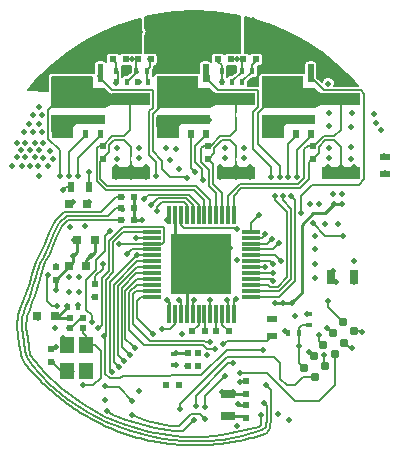
<source format=gbl>
G04 #@! TF.GenerationSoftware,KiCad,Pcbnew,(5.1.5)-3*
G04 #@! TF.CreationDate,2020-04-05T23:19:53-02:30*
G04 #@! TF.ProjectId,Thruster_Controller,54687275-7374-4657-925f-436f6e74726f,rev?*
G04 #@! TF.SameCoordinates,Original*
G04 #@! TF.FileFunction,Copper,L4,Bot*
G04 #@! TF.FilePolarity,Positive*
%FSLAX46Y46*%
G04 Gerber Fmt 4.6, Leading zero omitted, Abs format (unit mm)*
G04 Created by KiCad (PCBNEW (5.1.5)-3) date 2020-04-05 23:19:53*
%MOMM*%
%LPD*%
G04 APERTURE LIST*
%ADD10C,0.100000*%
%ADD11C,0.787400*%
%ADD12R,5.170000X5.170000*%
%ADD13R,0.300000X1.500000*%
%ADD14R,1.500000X0.300000*%
%ADD15R,1.300000X0.700000*%
%ADD16R,0.600000X0.400000*%
%ADD17R,1.150000X1.400000*%
%ADD18C,0.127000*%
%ADD19R,0.500000X0.600000*%
%ADD20R,0.600000X0.500000*%
%ADD21R,0.900000X0.500000*%
%ADD22R,0.400000X0.600000*%
%ADD23R,0.800000X0.750000*%
%ADD24R,0.500000X0.900000*%
%ADD25R,0.700000X1.300000*%
%ADD26R,3.200000X1.000000*%
%ADD27C,0.500000*%
%ADD28C,0.127000*%
%ADD29C,0.250000*%
%ADD30C,0.200000*%
G04 APERTURE END LIST*
D10*
G36*
X102836500Y-93369000D02*
G01*
X102836500Y-93750000D01*
X102963500Y-93750000D01*
X102963500Y-93369000D01*
X102836500Y-93369000D01*
G37*
G36*
X93936500Y-93359500D02*
G01*
X93936500Y-93740500D01*
X94063500Y-93740500D01*
X94063500Y-93359500D01*
X93936500Y-93359500D01*
G37*
G36*
X111736500Y-93359500D02*
G01*
X111736500Y-93740500D01*
X111863500Y-93740500D01*
X111863500Y-93359500D01*
X111736500Y-93359500D01*
G37*
G36*
X102963500Y-90040500D02*
G01*
X102963500Y-89659500D01*
X102836500Y-89659500D01*
X102836500Y-90040500D01*
X102963500Y-90040500D01*
G37*
G36*
X94013500Y-90040500D02*
G01*
X94013500Y-89659500D01*
X93886500Y-89659500D01*
X93886500Y-90040500D01*
X94013500Y-90040500D01*
G37*
G36*
X111863500Y-90040500D02*
G01*
X111863500Y-89659500D01*
X111736500Y-89659500D01*
X111736500Y-90040500D01*
X111863500Y-90040500D01*
G37*
D11*
X111946242Y-107376077D03*
X111129902Y-108348953D03*
X110313562Y-109321830D03*
X109497222Y-110294706D03*
X108680881Y-111267583D03*
X109653758Y-112083923D03*
X110470098Y-111111047D03*
X111286438Y-110138170D03*
X112102778Y-109165294D03*
X112919119Y-108192417D03*
D12*
X100000000Y-102500000D03*
D13*
X97250000Y-106700000D03*
X97750000Y-106700000D03*
X98250000Y-106700000D03*
X98750000Y-106700000D03*
X99250000Y-106700000D03*
X99750000Y-106700000D03*
X100250000Y-106700000D03*
X100750000Y-106700000D03*
X101250000Y-106700000D03*
X101750000Y-106700000D03*
X102250000Y-106700000D03*
X102750000Y-106700000D03*
D14*
X104200000Y-105250000D03*
X104200000Y-104750000D03*
X104200000Y-104250000D03*
X104200000Y-103750000D03*
X104200000Y-103250000D03*
X104200000Y-102750000D03*
X104200000Y-102250000D03*
X104200000Y-101750000D03*
X104200000Y-101250000D03*
X104200000Y-100750000D03*
X104200000Y-100250000D03*
X104200000Y-99750000D03*
D13*
X102750000Y-98300000D03*
X102250000Y-98300000D03*
X101750000Y-98300000D03*
X101250000Y-98300000D03*
X100750000Y-98300000D03*
X100250000Y-98300000D03*
X99750000Y-98300000D03*
X99250000Y-98300000D03*
X98750000Y-98300000D03*
X98250000Y-98300000D03*
X97750000Y-98300000D03*
X97250000Y-98300000D03*
D14*
X95800000Y-99750000D03*
X95800000Y-100250000D03*
X95800000Y-100750000D03*
X95800000Y-101250000D03*
X95800000Y-101750000D03*
X95800000Y-102250000D03*
X95800000Y-102750000D03*
X95800000Y-103250000D03*
X95800000Y-103750000D03*
X95800000Y-104250000D03*
X95800000Y-104750000D03*
X95800000Y-105250000D03*
G04 #@! TA.AperFunction,SMDPad,CuDef*
D10*
G36*
X98019901Y-91146241D02*
G01*
X98024755Y-91146961D01*
X98029514Y-91148153D01*
X98034134Y-91149806D01*
X98038570Y-91151904D01*
X98042779Y-91154427D01*
X98046720Y-91157349D01*
X98050355Y-91160645D01*
X98053651Y-91164280D01*
X98056573Y-91168221D01*
X98059096Y-91172430D01*
X98061194Y-91176866D01*
X98062847Y-91181486D01*
X98064039Y-91186245D01*
X98064759Y-91191099D01*
X98065000Y-91196000D01*
X98065000Y-91796000D01*
X98064759Y-91800901D01*
X98064039Y-91805755D01*
X98062847Y-91810514D01*
X98061194Y-91815134D01*
X98059096Y-91819570D01*
X98056573Y-91823779D01*
X98053651Y-91827720D01*
X98050355Y-91831355D01*
X98046720Y-91834651D01*
X98042779Y-91837573D01*
X98038570Y-91840096D01*
X98034134Y-91842194D01*
X98029514Y-91843847D01*
X98024755Y-91845039D01*
X98019901Y-91845759D01*
X98015000Y-91846000D01*
X97615000Y-91846000D01*
X97610099Y-91845759D01*
X97605245Y-91845039D01*
X97600486Y-91843847D01*
X97595866Y-91842194D01*
X97591430Y-91840096D01*
X97587221Y-91837573D01*
X97583280Y-91834651D01*
X97579645Y-91831355D01*
X97576349Y-91827720D01*
X97573427Y-91823779D01*
X97570904Y-91819570D01*
X97568806Y-91815134D01*
X97567153Y-91810514D01*
X97565961Y-91805755D01*
X97565241Y-91800901D01*
X97565000Y-91796000D01*
X97565000Y-91196000D01*
X97565241Y-91191099D01*
X97565961Y-91186245D01*
X97567153Y-91181486D01*
X97568806Y-91176866D01*
X97570904Y-91172430D01*
X97573427Y-91168221D01*
X97576349Y-91164280D01*
X97579645Y-91160645D01*
X97583280Y-91157349D01*
X97587221Y-91154427D01*
X97591430Y-91151904D01*
X97595866Y-91149806D01*
X97600486Y-91148153D01*
X97605245Y-91146961D01*
X97610099Y-91146241D01*
X97615000Y-91146000D01*
X98015000Y-91146000D01*
X98019901Y-91146241D01*
G37*
G04 #@! TD.AperFunction*
G04 #@! TA.AperFunction,SMDPad,CuDef*
G36*
X99289901Y-91146241D02*
G01*
X99294755Y-91146961D01*
X99299514Y-91148153D01*
X99304134Y-91149806D01*
X99308570Y-91151904D01*
X99312779Y-91154427D01*
X99316720Y-91157349D01*
X99320355Y-91160645D01*
X99323651Y-91164280D01*
X99326573Y-91168221D01*
X99329096Y-91172430D01*
X99331194Y-91176866D01*
X99332847Y-91181486D01*
X99334039Y-91186245D01*
X99334759Y-91191099D01*
X99335000Y-91196000D01*
X99335000Y-91796000D01*
X99334759Y-91800901D01*
X99334039Y-91805755D01*
X99332847Y-91810514D01*
X99331194Y-91815134D01*
X99329096Y-91819570D01*
X99326573Y-91823779D01*
X99323651Y-91827720D01*
X99320355Y-91831355D01*
X99316720Y-91834651D01*
X99312779Y-91837573D01*
X99308570Y-91840096D01*
X99304134Y-91842194D01*
X99299514Y-91843847D01*
X99294755Y-91845039D01*
X99289901Y-91845759D01*
X99285000Y-91846000D01*
X98885000Y-91846000D01*
X98880099Y-91845759D01*
X98875245Y-91845039D01*
X98870486Y-91843847D01*
X98865866Y-91842194D01*
X98861430Y-91840096D01*
X98857221Y-91837573D01*
X98853280Y-91834651D01*
X98849645Y-91831355D01*
X98846349Y-91827720D01*
X98843427Y-91823779D01*
X98840904Y-91819570D01*
X98838806Y-91815134D01*
X98837153Y-91810514D01*
X98835961Y-91805755D01*
X98835241Y-91800901D01*
X98835000Y-91796000D01*
X98835000Y-91196000D01*
X98835241Y-91191099D01*
X98835961Y-91186245D01*
X98837153Y-91181486D01*
X98838806Y-91176866D01*
X98840904Y-91172430D01*
X98843427Y-91168221D01*
X98846349Y-91164280D01*
X98849645Y-91160645D01*
X98853280Y-91157349D01*
X98857221Y-91154427D01*
X98861430Y-91151904D01*
X98865866Y-91149806D01*
X98870486Y-91148153D01*
X98875245Y-91146961D01*
X98880099Y-91146241D01*
X98885000Y-91146000D01*
X99285000Y-91146000D01*
X99289901Y-91146241D01*
G37*
G04 #@! TD.AperFunction*
G04 #@! TA.AperFunction,SMDPad,CuDef*
G36*
X96749901Y-91146241D02*
G01*
X96754755Y-91146961D01*
X96759514Y-91148153D01*
X96764134Y-91149806D01*
X96768570Y-91151904D01*
X96772779Y-91154427D01*
X96776720Y-91157349D01*
X96780355Y-91160645D01*
X96783651Y-91164280D01*
X96786573Y-91168221D01*
X96789096Y-91172430D01*
X96791194Y-91176866D01*
X96792847Y-91181486D01*
X96794039Y-91186245D01*
X96794759Y-91191099D01*
X96795000Y-91196000D01*
X96795000Y-91796000D01*
X96794759Y-91800901D01*
X96794039Y-91805755D01*
X96792847Y-91810514D01*
X96791194Y-91815134D01*
X96789096Y-91819570D01*
X96786573Y-91823779D01*
X96783651Y-91827720D01*
X96780355Y-91831355D01*
X96776720Y-91834651D01*
X96772779Y-91837573D01*
X96768570Y-91840096D01*
X96764134Y-91842194D01*
X96759514Y-91843847D01*
X96754755Y-91845039D01*
X96749901Y-91845759D01*
X96745000Y-91846000D01*
X96345000Y-91846000D01*
X96340099Y-91845759D01*
X96335245Y-91845039D01*
X96330486Y-91843847D01*
X96325866Y-91842194D01*
X96321430Y-91840096D01*
X96317221Y-91837573D01*
X96313280Y-91834651D01*
X96309645Y-91831355D01*
X96306349Y-91827720D01*
X96303427Y-91823779D01*
X96300904Y-91819570D01*
X96298806Y-91815134D01*
X96297153Y-91810514D01*
X96295961Y-91805755D01*
X96295241Y-91800901D01*
X96295000Y-91796000D01*
X96295000Y-91196000D01*
X96295241Y-91191099D01*
X96295961Y-91186245D01*
X96297153Y-91181486D01*
X96298806Y-91176866D01*
X96300904Y-91172430D01*
X96303427Y-91168221D01*
X96306349Y-91164280D01*
X96309645Y-91160645D01*
X96313280Y-91157349D01*
X96317221Y-91154427D01*
X96321430Y-91151904D01*
X96325866Y-91149806D01*
X96330486Y-91148153D01*
X96335245Y-91146961D01*
X96340099Y-91146241D01*
X96345000Y-91146000D01*
X96745000Y-91146000D01*
X96749901Y-91146241D01*
G37*
G04 #@! TD.AperFunction*
G04 #@! TA.AperFunction,SMDPad,CuDef*
G36*
X100559901Y-91146241D02*
G01*
X100564755Y-91146961D01*
X100569514Y-91148153D01*
X100574134Y-91149806D01*
X100578570Y-91151904D01*
X100582779Y-91154427D01*
X100586720Y-91157349D01*
X100590355Y-91160645D01*
X100593651Y-91164280D01*
X100596573Y-91168221D01*
X100599096Y-91172430D01*
X100601194Y-91176866D01*
X100602847Y-91181486D01*
X100604039Y-91186245D01*
X100604759Y-91191099D01*
X100605000Y-91196000D01*
X100605000Y-91796000D01*
X100604759Y-91800901D01*
X100604039Y-91805755D01*
X100602847Y-91810514D01*
X100601194Y-91815134D01*
X100599096Y-91819570D01*
X100596573Y-91823779D01*
X100593651Y-91827720D01*
X100590355Y-91831355D01*
X100586720Y-91834651D01*
X100582779Y-91837573D01*
X100578570Y-91840096D01*
X100574134Y-91842194D01*
X100569514Y-91843847D01*
X100564755Y-91845039D01*
X100559901Y-91845759D01*
X100555000Y-91846000D01*
X100155000Y-91846000D01*
X100150099Y-91845759D01*
X100145245Y-91845039D01*
X100140486Y-91843847D01*
X100135866Y-91842194D01*
X100131430Y-91840096D01*
X100127221Y-91837573D01*
X100123280Y-91834651D01*
X100119645Y-91831355D01*
X100116349Y-91827720D01*
X100113427Y-91823779D01*
X100110904Y-91819570D01*
X100108806Y-91815134D01*
X100107153Y-91810514D01*
X100105961Y-91805755D01*
X100105241Y-91800901D01*
X100105000Y-91796000D01*
X100105000Y-91196000D01*
X100105241Y-91191099D01*
X100105961Y-91186245D01*
X100107153Y-91181486D01*
X100108806Y-91176866D01*
X100110904Y-91172430D01*
X100113427Y-91168221D01*
X100116349Y-91164280D01*
X100119645Y-91160645D01*
X100123280Y-91157349D01*
X100127221Y-91154427D01*
X100131430Y-91151904D01*
X100135866Y-91149806D01*
X100140486Y-91148153D01*
X100145245Y-91146961D01*
X100150099Y-91146241D01*
X100155000Y-91146000D01*
X100555000Y-91146000D01*
X100559901Y-91146241D01*
G37*
G04 #@! TD.AperFunction*
G04 #@! TA.AperFunction,SMDPad,CuDef*
G36*
X100663921Y-89870193D02*
G01*
X100667804Y-89870769D01*
X100671611Y-89871722D01*
X100675307Y-89873045D01*
X100678856Y-89874723D01*
X100682223Y-89876741D01*
X100685376Y-89879080D01*
X100688284Y-89881716D01*
X100690920Y-89884624D01*
X100693259Y-89887777D01*
X100695277Y-89891144D01*
X100696955Y-89894693D01*
X100698278Y-89898389D01*
X100699231Y-89902196D01*
X100699807Y-89906079D01*
X100700000Y-89910000D01*
X100700000Y-90630000D01*
X100699807Y-90633921D01*
X100699231Y-90637804D01*
X100698278Y-90641611D01*
X100696955Y-90645307D01*
X100695277Y-90648856D01*
X100693259Y-90652223D01*
X100690920Y-90655376D01*
X100688284Y-90658284D01*
X100685376Y-90660920D01*
X100682223Y-90663259D01*
X100678856Y-90665277D01*
X100675307Y-90666955D01*
X100671611Y-90668278D01*
X100667804Y-90669231D01*
X100663921Y-90669807D01*
X100660000Y-90670000D01*
X96240000Y-90670000D01*
X96236079Y-90669807D01*
X96232196Y-90669231D01*
X96228389Y-90668278D01*
X96224693Y-90666955D01*
X96221144Y-90665277D01*
X96217777Y-90663259D01*
X96214624Y-90660920D01*
X96211716Y-90658284D01*
X96209080Y-90655376D01*
X96206741Y-90652223D01*
X96204723Y-90648856D01*
X96203045Y-90645307D01*
X96201722Y-90641611D01*
X96200769Y-90637804D01*
X96200193Y-90633921D01*
X96200000Y-90630000D01*
X96200000Y-89910000D01*
X96200193Y-89906079D01*
X96200769Y-89902196D01*
X96201722Y-89898389D01*
X96203045Y-89894693D01*
X96204723Y-89891144D01*
X96206741Y-89887777D01*
X96209080Y-89884624D01*
X96211716Y-89881716D01*
X96214624Y-89879080D01*
X96217777Y-89876741D01*
X96221144Y-89874723D01*
X96224693Y-89873045D01*
X96228389Y-89871722D01*
X96232196Y-89870769D01*
X96236079Y-89870193D01*
X96240000Y-89870000D01*
X100660000Y-89870000D01*
X100663921Y-89870193D01*
G37*
G04 #@! TD.AperFunction*
G04 #@! TA.AperFunction,SMDPad,CuDef*
G36*
X96240245Y-89299039D02*
G01*
X96230866Y-89296194D01*
X96222221Y-89291573D01*
X96214645Y-89285355D01*
X96208427Y-89277779D01*
X96203806Y-89269134D01*
X96200961Y-89259755D01*
X96200000Y-89250000D01*
X96200000Y-86650000D01*
X96200961Y-86640245D01*
X96203806Y-86630866D01*
X96208427Y-86622221D01*
X96214645Y-86614645D01*
X96222221Y-86608427D01*
X96230866Y-86603806D01*
X96240245Y-86600961D01*
X96250000Y-86600000D01*
X99650000Y-86600000D01*
X99659755Y-86600961D01*
X99669134Y-86603806D01*
X99677779Y-86608427D01*
X99685355Y-86614645D01*
X99691573Y-86622221D01*
X99696194Y-86630866D01*
X99699039Y-86640245D01*
X99700000Y-86650000D01*
X99700000Y-87600000D01*
X100650000Y-87600000D01*
X100659755Y-87600961D01*
X100669134Y-87603806D01*
X100677779Y-87608427D01*
X100685355Y-87614645D01*
X100691573Y-87622221D01*
X100696194Y-87630866D01*
X100699039Y-87640245D01*
X100700000Y-87650000D01*
X100700000Y-89250000D01*
X100699039Y-89259755D01*
X100696194Y-89269134D01*
X100691573Y-89277779D01*
X100685355Y-89285355D01*
X100677779Y-89291573D01*
X100669134Y-89296194D01*
X100659755Y-89299039D01*
X100650000Y-89300000D01*
X96250000Y-89300000D01*
X96240245Y-89299039D01*
G37*
G04 #@! TD.AperFunction*
G04 #@! TA.AperFunction,SMDPad,CuDef*
G36*
X99595881Y-85550289D02*
G01*
X99601705Y-85551153D01*
X99607417Y-85552584D01*
X99612961Y-85554567D01*
X99618284Y-85557085D01*
X99623334Y-85560112D01*
X99628064Y-85563619D01*
X99632426Y-85567574D01*
X99636381Y-85571936D01*
X99639888Y-85576666D01*
X99642915Y-85581716D01*
X99645433Y-85587039D01*
X99647416Y-85592583D01*
X99648847Y-85598295D01*
X99649711Y-85604119D01*
X99650000Y-85610000D01*
X99650000Y-86090000D01*
X99649711Y-86095881D01*
X99648847Y-86101705D01*
X99647416Y-86107417D01*
X99645433Y-86112961D01*
X99642915Y-86118284D01*
X99639888Y-86123334D01*
X99636381Y-86128064D01*
X99632426Y-86132426D01*
X99628064Y-86136381D01*
X99623334Y-86139888D01*
X99618284Y-86142915D01*
X99612961Y-86145433D01*
X99607417Y-86147416D01*
X99601705Y-86148847D01*
X99595881Y-86149711D01*
X99590000Y-86150000D01*
X96310000Y-86150000D01*
X96304119Y-86149711D01*
X96298295Y-86148847D01*
X96292583Y-86147416D01*
X96287039Y-86145433D01*
X96281716Y-86142915D01*
X96276666Y-86139888D01*
X96271936Y-86136381D01*
X96267574Y-86132426D01*
X96263619Y-86128064D01*
X96260112Y-86123334D01*
X96257085Y-86118284D01*
X96254567Y-86112961D01*
X96252584Y-86107417D01*
X96251153Y-86101705D01*
X96250289Y-86095881D01*
X96250000Y-86090000D01*
X96250000Y-85610000D01*
X96250289Y-85604119D01*
X96251153Y-85598295D01*
X96252584Y-85592583D01*
X96254567Y-85587039D01*
X96257085Y-85581716D01*
X96260112Y-85576666D01*
X96263619Y-85571936D01*
X96267574Y-85567574D01*
X96271936Y-85563619D01*
X96276666Y-85560112D01*
X96281716Y-85557085D01*
X96287039Y-85554567D01*
X96292583Y-85552584D01*
X96298295Y-85551153D01*
X96304119Y-85550289D01*
X96310000Y-85550000D01*
X99590000Y-85550000D01*
X99595881Y-85550289D01*
G37*
G04 #@! TD.AperFunction*
G04 #@! TA.AperFunction,SMDPad,CuDef*
G36*
X100559901Y-85550241D02*
G01*
X100564755Y-85550961D01*
X100569514Y-85552153D01*
X100574134Y-85553806D01*
X100578570Y-85555904D01*
X100582779Y-85558427D01*
X100586720Y-85561349D01*
X100590355Y-85564645D01*
X100593651Y-85568280D01*
X100596573Y-85572221D01*
X100599096Y-85576430D01*
X100601194Y-85580866D01*
X100602847Y-85585486D01*
X100604039Y-85590245D01*
X100604759Y-85595099D01*
X100605000Y-85600000D01*
X100605000Y-87000000D01*
X100604759Y-87004901D01*
X100604039Y-87009755D01*
X100602847Y-87014514D01*
X100601194Y-87019134D01*
X100599096Y-87023570D01*
X100596573Y-87027779D01*
X100593651Y-87031720D01*
X100590355Y-87035355D01*
X100586720Y-87038651D01*
X100582779Y-87041573D01*
X100578570Y-87044096D01*
X100574134Y-87046194D01*
X100569514Y-87047847D01*
X100564755Y-87049039D01*
X100559901Y-87049759D01*
X100555000Y-87050000D01*
X100155000Y-87050000D01*
X100150099Y-87049759D01*
X100145245Y-87049039D01*
X100140486Y-87047847D01*
X100135866Y-87046194D01*
X100131430Y-87044096D01*
X100127221Y-87041573D01*
X100123280Y-87038651D01*
X100119645Y-87035355D01*
X100116349Y-87031720D01*
X100113427Y-87027779D01*
X100110904Y-87023570D01*
X100108806Y-87019134D01*
X100107153Y-87014514D01*
X100105961Y-87009755D01*
X100105241Y-87004901D01*
X100105000Y-87000000D01*
X100105000Y-85600000D01*
X100105241Y-85595099D01*
X100105961Y-85590245D01*
X100107153Y-85585486D01*
X100108806Y-85580866D01*
X100110904Y-85576430D01*
X100113427Y-85572221D01*
X100116349Y-85568280D01*
X100119645Y-85564645D01*
X100123280Y-85561349D01*
X100127221Y-85558427D01*
X100131430Y-85555904D01*
X100135866Y-85553806D01*
X100140486Y-85552153D01*
X100145245Y-85550961D01*
X100150099Y-85550241D01*
X100155000Y-85550000D01*
X100555000Y-85550000D01*
X100559901Y-85550241D01*
G37*
G04 #@! TD.AperFunction*
D15*
X102250000Y-115350000D03*
X102250000Y-113450000D03*
D16*
X97700000Y-110125000D03*
X97700000Y-111025000D03*
D17*
X88650000Y-109375000D03*
X88650000Y-111575000D03*
X90250000Y-111575000D03*
X90250000Y-109375000D03*
D18*
X102900000Y-93750000D03*
X102900000Y-93369000D03*
X94000000Y-93359500D03*
X94000000Y-93740500D03*
X111800000Y-93359500D03*
X111800000Y-93740500D03*
X102900000Y-89659500D03*
X102900000Y-90040500D03*
X93950000Y-90040500D03*
X93950000Y-89659500D03*
X111800000Y-89659500D03*
X111800000Y-90040500D03*
D19*
X109425000Y-93550000D03*
X109425000Y-92450000D03*
X100575000Y-92450000D03*
X100575000Y-93550000D03*
X91675000Y-93575000D03*
X91675000Y-92475000D03*
D20*
X100275000Y-108175000D03*
X99175000Y-108175000D03*
X102350000Y-108175000D03*
X101250000Y-108175000D03*
D21*
X115530000Y-94900000D03*
X115530000Y-93400000D03*
D20*
X102500000Y-85150000D03*
X101400000Y-85150000D03*
X92500000Y-85150000D03*
X93600000Y-85150000D03*
X104600000Y-85150000D03*
X103500000Y-85150000D03*
X94600000Y-85150000D03*
X95700000Y-85150000D03*
X94300000Y-98750000D03*
X93200000Y-98750000D03*
X93200000Y-97775000D03*
X94300000Y-97775000D03*
X94300000Y-96800000D03*
X93200000Y-96800000D03*
D22*
X101700000Y-86100000D03*
X102600000Y-86100000D03*
X92800000Y-86120000D03*
X93700000Y-86120000D03*
X104375000Y-87100000D03*
X103475000Y-87100000D03*
X101700000Y-87100000D03*
X102600000Y-87100000D03*
X92800000Y-87100000D03*
X93700000Y-87100000D03*
X103400000Y-86100000D03*
X104300000Y-86100000D03*
X95475000Y-87100000D03*
X94575000Y-87100000D03*
X95400000Y-86125000D03*
X94500000Y-86125000D03*
G04 #@! TA.AperFunction,SMDPad,CuDef*
D10*
G36*
X89119901Y-91146241D02*
G01*
X89124755Y-91146961D01*
X89129514Y-91148153D01*
X89134134Y-91149806D01*
X89138570Y-91151904D01*
X89142779Y-91154427D01*
X89146720Y-91157349D01*
X89150355Y-91160645D01*
X89153651Y-91164280D01*
X89156573Y-91168221D01*
X89159096Y-91172430D01*
X89161194Y-91176866D01*
X89162847Y-91181486D01*
X89164039Y-91186245D01*
X89164759Y-91191099D01*
X89165000Y-91196000D01*
X89165000Y-91796000D01*
X89164759Y-91800901D01*
X89164039Y-91805755D01*
X89162847Y-91810514D01*
X89161194Y-91815134D01*
X89159096Y-91819570D01*
X89156573Y-91823779D01*
X89153651Y-91827720D01*
X89150355Y-91831355D01*
X89146720Y-91834651D01*
X89142779Y-91837573D01*
X89138570Y-91840096D01*
X89134134Y-91842194D01*
X89129514Y-91843847D01*
X89124755Y-91845039D01*
X89119901Y-91845759D01*
X89115000Y-91846000D01*
X88715000Y-91846000D01*
X88710099Y-91845759D01*
X88705245Y-91845039D01*
X88700486Y-91843847D01*
X88695866Y-91842194D01*
X88691430Y-91840096D01*
X88687221Y-91837573D01*
X88683280Y-91834651D01*
X88679645Y-91831355D01*
X88676349Y-91827720D01*
X88673427Y-91823779D01*
X88670904Y-91819570D01*
X88668806Y-91815134D01*
X88667153Y-91810514D01*
X88665961Y-91805755D01*
X88665241Y-91800901D01*
X88665000Y-91796000D01*
X88665000Y-91196000D01*
X88665241Y-91191099D01*
X88665961Y-91186245D01*
X88667153Y-91181486D01*
X88668806Y-91176866D01*
X88670904Y-91172430D01*
X88673427Y-91168221D01*
X88676349Y-91164280D01*
X88679645Y-91160645D01*
X88683280Y-91157349D01*
X88687221Y-91154427D01*
X88691430Y-91151904D01*
X88695866Y-91149806D01*
X88700486Y-91148153D01*
X88705245Y-91146961D01*
X88710099Y-91146241D01*
X88715000Y-91146000D01*
X89115000Y-91146000D01*
X89119901Y-91146241D01*
G37*
G04 #@! TD.AperFunction*
G04 #@! TA.AperFunction,SMDPad,CuDef*
G36*
X90389901Y-91146241D02*
G01*
X90394755Y-91146961D01*
X90399514Y-91148153D01*
X90404134Y-91149806D01*
X90408570Y-91151904D01*
X90412779Y-91154427D01*
X90416720Y-91157349D01*
X90420355Y-91160645D01*
X90423651Y-91164280D01*
X90426573Y-91168221D01*
X90429096Y-91172430D01*
X90431194Y-91176866D01*
X90432847Y-91181486D01*
X90434039Y-91186245D01*
X90434759Y-91191099D01*
X90435000Y-91196000D01*
X90435000Y-91796000D01*
X90434759Y-91800901D01*
X90434039Y-91805755D01*
X90432847Y-91810514D01*
X90431194Y-91815134D01*
X90429096Y-91819570D01*
X90426573Y-91823779D01*
X90423651Y-91827720D01*
X90420355Y-91831355D01*
X90416720Y-91834651D01*
X90412779Y-91837573D01*
X90408570Y-91840096D01*
X90404134Y-91842194D01*
X90399514Y-91843847D01*
X90394755Y-91845039D01*
X90389901Y-91845759D01*
X90385000Y-91846000D01*
X89985000Y-91846000D01*
X89980099Y-91845759D01*
X89975245Y-91845039D01*
X89970486Y-91843847D01*
X89965866Y-91842194D01*
X89961430Y-91840096D01*
X89957221Y-91837573D01*
X89953280Y-91834651D01*
X89949645Y-91831355D01*
X89946349Y-91827720D01*
X89943427Y-91823779D01*
X89940904Y-91819570D01*
X89938806Y-91815134D01*
X89937153Y-91810514D01*
X89935961Y-91805755D01*
X89935241Y-91800901D01*
X89935000Y-91796000D01*
X89935000Y-91196000D01*
X89935241Y-91191099D01*
X89935961Y-91186245D01*
X89937153Y-91181486D01*
X89938806Y-91176866D01*
X89940904Y-91172430D01*
X89943427Y-91168221D01*
X89946349Y-91164280D01*
X89949645Y-91160645D01*
X89953280Y-91157349D01*
X89957221Y-91154427D01*
X89961430Y-91151904D01*
X89965866Y-91149806D01*
X89970486Y-91148153D01*
X89975245Y-91146961D01*
X89980099Y-91146241D01*
X89985000Y-91146000D01*
X90385000Y-91146000D01*
X90389901Y-91146241D01*
G37*
G04 #@! TD.AperFunction*
G04 #@! TA.AperFunction,SMDPad,CuDef*
G36*
X87849901Y-91146241D02*
G01*
X87854755Y-91146961D01*
X87859514Y-91148153D01*
X87864134Y-91149806D01*
X87868570Y-91151904D01*
X87872779Y-91154427D01*
X87876720Y-91157349D01*
X87880355Y-91160645D01*
X87883651Y-91164280D01*
X87886573Y-91168221D01*
X87889096Y-91172430D01*
X87891194Y-91176866D01*
X87892847Y-91181486D01*
X87894039Y-91186245D01*
X87894759Y-91191099D01*
X87895000Y-91196000D01*
X87895000Y-91796000D01*
X87894759Y-91800901D01*
X87894039Y-91805755D01*
X87892847Y-91810514D01*
X87891194Y-91815134D01*
X87889096Y-91819570D01*
X87886573Y-91823779D01*
X87883651Y-91827720D01*
X87880355Y-91831355D01*
X87876720Y-91834651D01*
X87872779Y-91837573D01*
X87868570Y-91840096D01*
X87864134Y-91842194D01*
X87859514Y-91843847D01*
X87854755Y-91845039D01*
X87849901Y-91845759D01*
X87845000Y-91846000D01*
X87445000Y-91846000D01*
X87440099Y-91845759D01*
X87435245Y-91845039D01*
X87430486Y-91843847D01*
X87425866Y-91842194D01*
X87421430Y-91840096D01*
X87417221Y-91837573D01*
X87413280Y-91834651D01*
X87409645Y-91831355D01*
X87406349Y-91827720D01*
X87403427Y-91823779D01*
X87400904Y-91819570D01*
X87398806Y-91815134D01*
X87397153Y-91810514D01*
X87395961Y-91805755D01*
X87395241Y-91800901D01*
X87395000Y-91796000D01*
X87395000Y-91196000D01*
X87395241Y-91191099D01*
X87395961Y-91186245D01*
X87397153Y-91181486D01*
X87398806Y-91176866D01*
X87400904Y-91172430D01*
X87403427Y-91168221D01*
X87406349Y-91164280D01*
X87409645Y-91160645D01*
X87413280Y-91157349D01*
X87417221Y-91154427D01*
X87421430Y-91151904D01*
X87425866Y-91149806D01*
X87430486Y-91148153D01*
X87435245Y-91146961D01*
X87440099Y-91146241D01*
X87445000Y-91146000D01*
X87845000Y-91146000D01*
X87849901Y-91146241D01*
G37*
G04 #@! TD.AperFunction*
G04 #@! TA.AperFunction,SMDPad,CuDef*
G36*
X91659901Y-91146241D02*
G01*
X91664755Y-91146961D01*
X91669514Y-91148153D01*
X91674134Y-91149806D01*
X91678570Y-91151904D01*
X91682779Y-91154427D01*
X91686720Y-91157349D01*
X91690355Y-91160645D01*
X91693651Y-91164280D01*
X91696573Y-91168221D01*
X91699096Y-91172430D01*
X91701194Y-91176866D01*
X91702847Y-91181486D01*
X91704039Y-91186245D01*
X91704759Y-91191099D01*
X91705000Y-91196000D01*
X91705000Y-91796000D01*
X91704759Y-91800901D01*
X91704039Y-91805755D01*
X91702847Y-91810514D01*
X91701194Y-91815134D01*
X91699096Y-91819570D01*
X91696573Y-91823779D01*
X91693651Y-91827720D01*
X91690355Y-91831355D01*
X91686720Y-91834651D01*
X91682779Y-91837573D01*
X91678570Y-91840096D01*
X91674134Y-91842194D01*
X91669514Y-91843847D01*
X91664755Y-91845039D01*
X91659901Y-91845759D01*
X91655000Y-91846000D01*
X91255000Y-91846000D01*
X91250099Y-91845759D01*
X91245245Y-91845039D01*
X91240486Y-91843847D01*
X91235866Y-91842194D01*
X91231430Y-91840096D01*
X91227221Y-91837573D01*
X91223280Y-91834651D01*
X91219645Y-91831355D01*
X91216349Y-91827720D01*
X91213427Y-91823779D01*
X91210904Y-91819570D01*
X91208806Y-91815134D01*
X91207153Y-91810514D01*
X91205961Y-91805755D01*
X91205241Y-91800901D01*
X91205000Y-91796000D01*
X91205000Y-91196000D01*
X91205241Y-91191099D01*
X91205961Y-91186245D01*
X91207153Y-91181486D01*
X91208806Y-91176866D01*
X91210904Y-91172430D01*
X91213427Y-91168221D01*
X91216349Y-91164280D01*
X91219645Y-91160645D01*
X91223280Y-91157349D01*
X91227221Y-91154427D01*
X91231430Y-91151904D01*
X91235866Y-91149806D01*
X91240486Y-91148153D01*
X91245245Y-91146961D01*
X91250099Y-91146241D01*
X91255000Y-91146000D01*
X91655000Y-91146000D01*
X91659901Y-91146241D01*
G37*
G04 #@! TD.AperFunction*
G04 #@! TA.AperFunction,SMDPad,CuDef*
G36*
X91763921Y-89870193D02*
G01*
X91767804Y-89870769D01*
X91771611Y-89871722D01*
X91775307Y-89873045D01*
X91778856Y-89874723D01*
X91782223Y-89876741D01*
X91785376Y-89879080D01*
X91788284Y-89881716D01*
X91790920Y-89884624D01*
X91793259Y-89887777D01*
X91795277Y-89891144D01*
X91796955Y-89894693D01*
X91798278Y-89898389D01*
X91799231Y-89902196D01*
X91799807Y-89906079D01*
X91800000Y-89910000D01*
X91800000Y-90630000D01*
X91799807Y-90633921D01*
X91799231Y-90637804D01*
X91798278Y-90641611D01*
X91796955Y-90645307D01*
X91795277Y-90648856D01*
X91793259Y-90652223D01*
X91790920Y-90655376D01*
X91788284Y-90658284D01*
X91785376Y-90660920D01*
X91782223Y-90663259D01*
X91778856Y-90665277D01*
X91775307Y-90666955D01*
X91771611Y-90668278D01*
X91767804Y-90669231D01*
X91763921Y-90669807D01*
X91760000Y-90670000D01*
X87340000Y-90670000D01*
X87336079Y-90669807D01*
X87332196Y-90669231D01*
X87328389Y-90668278D01*
X87324693Y-90666955D01*
X87321144Y-90665277D01*
X87317777Y-90663259D01*
X87314624Y-90660920D01*
X87311716Y-90658284D01*
X87309080Y-90655376D01*
X87306741Y-90652223D01*
X87304723Y-90648856D01*
X87303045Y-90645307D01*
X87301722Y-90641611D01*
X87300769Y-90637804D01*
X87300193Y-90633921D01*
X87300000Y-90630000D01*
X87300000Y-89910000D01*
X87300193Y-89906079D01*
X87300769Y-89902196D01*
X87301722Y-89898389D01*
X87303045Y-89894693D01*
X87304723Y-89891144D01*
X87306741Y-89887777D01*
X87309080Y-89884624D01*
X87311716Y-89881716D01*
X87314624Y-89879080D01*
X87317777Y-89876741D01*
X87321144Y-89874723D01*
X87324693Y-89873045D01*
X87328389Y-89871722D01*
X87332196Y-89870769D01*
X87336079Y-89870193D01*
X87340000Y-89870000D01*
X91760000Y-89870000D01*
X91763921Y-89870193D01*
G37*
G04 #@! TD.AperFunction*
G04 #@! TA.AperFunction,SMDPad,CuDef*
G36*
X87340245Y-89299039D02*
G01*
X87330866Y-89296194D01*
X87322221Y-89291573D01*
X87314645Y-89285355D01*
X87308427Y-89277779D01*
X87303806Y-89269134D01*
X87300961Y-89259755D01*
X87300000Y-89250000D01*
X87300000Y-86650000D01*
X87300961Y-86640245D01*
X87303806Y-86630866D01*
X87308427Y-86622221D01*
X87314645Y-86614645D01*
X87322221Y-86608427D01*
X87330866Y-86603806D01*
X87340245Y-86600961D01*
X87350000Y-86600000D01*
X90750000Y-86600000D01*
X90759755Y-86600961D01*
X90769134Y-86603806D01*
X90777779Y-86608427D01*
X90785355Y-86614645D01*
X90791573Y-86622221D01*
X90796194Y-86630866D01*
X90799039Y-86640245D01*
X90800000Y-86650000D01*
X90800000Y-87600000D01*
X91750000Y-87600000D01*
X91759755Y-87600961D01*
X91769134Y-87603806D01*
X91777779Y-87608427D01*
X91785355Y-87614645D01*
X91791573Y-87622221D01*
X91796194Y-87630866D01*
X91799039Y-87640245D01*
X91800000Y-87650000D01*
X91800000Y-89250000D01*
X91799039Y-89259755D01*
X91796194Y-89269134D01*
X91791573Y-89277779D01*
X91785355Y-89285355D01*
X91777779Y-89291573D01*
X91769134Y-89296194D01*
X91759755Y-89299039D01*
X91750000Y-89300000D01*
X87350000Y-89300000D01*
X87340245Y-89299039D01*
G37*
G04 #@! TD.AperFunction*
G04 #@! TA.AperFunction,SMDPad,CuDef*
G36*
X90695881Y-85550289D02*
G01*
X90701705Y-85551153D01*
X90707417Y-85552584D01*
X90712961Y-85554567D01*
X90718284Y-85557085D01*
X90723334Y-85560112D01*
X90728064Y-85563619D01*
X90732426Y-85567574D01*
X90736381Y-85571936D01*
X90739888Y-85576666D01*
X90742915Y-85581716D01*
X90745433Y-85587039D01*
X90747416Y-85592583D01*
X90748847Y-85598295D01*
X90749711Y-85604119D01*
X90750000Y-85610000D01*
X90750000Y-86090000D01*
X90749711Y-86095881D01*
X90748847Y-86101705D01*
X90747416Y-86107417D01*
X90745433Y-86112961D01*
X90742915Y-86118284D01*
X90739888Y-86123334D01*
X90736381Y-86128064D01*
X90732426Y-86132426D01*
X90728064Y-86136381D01*
X90723334Y-86139888D01*
X90718284Y-86142915D01*
X90712961Y-86145433D01*
X90707417Y-86147416D01*
X90701705Y-86148847D01*
X90695881Y-86149711D01*
X90690000Y-86150000D01*
X87410000Y-86150000D01*
X87404119Y-86149711D01*
X87398295Y-86148847D01*
X87392583Y-86147416D01*
X87387039Y-86145433D01*
X87381716Y-86142915D01*
X87376666Y-86139888D01*
X87371936Y-86136381D01*
X87367574Y-86132426D01*
X87363619Y-86128064D01*
X87360112Y-86123334D01*
X87357085Y-86118284D01*
X87354567Y-86112961D01*
X87352584Y-86107417D01*
X87351153Y-86101705D01*
X87350289Y-86095881D01*
X87350000Y-86090000D01*
X87350000Y-85610000D01*
X87350289Y-85604119D01*
X87351153Y-85598295D01*
X87352584Y-85592583D01*
X87354567Y-85587039D01*
X87357085Y-85581716D01*
X87360112Y-85576666D01*
X87363619Y-85571936D01*
X87367574Y-85567574D01*
X87371936Y-85563619D01*
X87376666Y-85560112D01*
X87381716Y-85557085D01*
X87387039Y-85554567D01*
X87392583Y-85552584D01*
X87398295Y-85551153D01*
X87404119Y-85550289D01*
X87410000Y-85550000D01*
X90690000Y-85550000D01*
X90695881Y-85550289D01*
G37*
G04 #@! TD.AperFunction*
G04 #@! TA.AperFunction,SMDPad,CuDef*
G36*
X91659901Y-85550241D02*
G01*
X91664755Y-85550961D01*
X91669514Y-85552153D01*
X91674134Y-85553806D01*
X91678570Y-85555904D01*
X91682779Y-85558427D01*
X91686720Y-85561349D01*
X91690355Y-85564645D01*
X91693651Y-85568280D01*
X91696573Y-85572221D01*
X91699096Y-85576430D01*
X91701194Y-85580866D01*
X91702847Y-85585486D01*
X91704039Y-85590245D01*
X91704759Y-85595099D01*
X91705000Y-85600000D01*
X91705000Y-87000000D01*
X91704759Y-87004901D01*
X91704039Y-87009755D01*
X91702847Y-87014514D01*
X91701194Y-87019134D01*
X91699096Y-87023570D01*
X91696573Y-87027779D01*
X91693651Y-87031720D01*
X91690355Y-87035355D01*
X91686720Y-87038651D01*
X91682779Y-87041573D01*
X91678570Y-87044096D01*
X91674134Y-87046194D01*
X91669514Y-87047847D01*
X91664755Y-87049039D01*
X91659901Y-87049759D01*
X91655000Y-87050000D01*
X91255000Y-87050000D01*
X91250099Y-87049759D01*
X91245245Y-87049039D01*
X91240486Y-87047847D01*
X91235866Y-87046194D01*
X91231430Y-87044096D01*
X91227221Y-87041573D01*
X91223280Y-87038651D01*
X91219645Y-87035355D01*
X91216349Y-87031720D01*
X91213427Y-87027779D01*
X91210904Y-87023570D01*
X91208806Y-87019134D01*
X91207153Y-87014514D01*
X91205961Y-87009755D01*
X91205241Y-87004901D01*
X91205000Y-87000000D01*
X91205000Y-85600000D01*
X91205241Y-85595099D01*
X91205961Y-85590245D01*
X91207153Y-85585486D01*
X91208806Y-85580866D01*
X91210904Y-85576430D01*
X91213427Y-85572221D01*
X91216349Y-85568280D01*
X91219645Y-85564645D01*
X91223280Y-85561349D01*
X91227221Y-85558427D01*
X91231430Y-85555904D01*
X91235866Y-85553806D01*
X91240486Y-85552153D01*
X91245245Y-85550961D01*
X91250099Y-85550241D01*
X91255000Y-85550000D01*
X91655000Y-85550000D01*
X91659901Y-85550241D01*
G37*
G04 #@! TD.AperFunction*
G04 #@! TA.AperFunction,SMDPad,CuDef*
G36*
X109459901Y-85550241D02*
G01*
X109464755Y-85550961D01*
X109469514Y-85552153D01*
X109474134Y-85553806D01*
X109478570Y-85555904D01*
X109482779Y-85558427D01*
X109486720Y-85561349D01*
X109490355Y-85564645D01*
X109493651Y-85568280D01*
X109496573Y-85572221D01*
X109499096Y-85576430D01*
X109501194Y-85580866D01*
X109502847Y-85585486D01*
X109504039Y-85590245D01*
X109504759Y-85595099D01*
X109505000Y-85600000D01*
X109505000Y-87000000D01*
X109504759Y-87004901D01*
X109504039Y-87009755D01*
X109502847Y-87014514D01*
X109501194Y-87019134D01*
X109499096Y-87023570D01*
X109496573Y-87027779D01*
X109493651Y-87031720D01*
X109490355Y-87035355D01*
X109486720Y-87038651D01*
X109482779Y-87041573D01*
X109478570Y-87044096D01*
X109474134Y-87046194D01*
X109469514Y-87047847D01*
X109464755Y-87049039D01*
X109459901Y-87049759D01*
X109455000Y-87050000D01*
X109055000Y-87050000D01*
X109050099Y-87049759D01*
X109045245Y-87049039D01*
X109040486Y-87047847D01*
X109035866Y-87046194D01*
X109031430Y-87044096D01*
X109027221Y-87041573D01*
X109023280Y-87038651D01*
X109019645Y-87035355D01*
X109016349Y-87031720D01*
X109013427Y-87027779D01*
X109010904Y-87023570D01*
X109008806Y-87019134D01*
X109007153Y-87014514D01*
X109005961Y-87009755D01*
X109005241Y-87004901D01*
X109005000Y-87000000D01*
X109005000Y-85600000D01*
X109005241Y-85595099D01*
X109005961Y-85590245D01*
X109007153Y-85585486D01*
X109008806Y-85580866D01*
X109010904Y-85576430D01*
X109013427Y-85572221D01*
X109016349Y-85568280D01*
X109019645Y-85564645D01*
X109023280Y-85561349D01*
X109027221Y-85558427D01*
X109031430Y-85555904D01*
X109035866Y-85553806D01*
X109040486Y-85552153D01*
X109045245Y-85550961D01*
X109050099Y-85550241D01*
X109055000Y-85550000D01*
X109455000Y-85550000D01*
X109459901Y-85550241D01*
G37*
G04 #@! TD.AperFunction*
G04 #@! TA.AperFunction,SMDPad,CuDef*
G36*
X108495881Y-85550289D02*
G01*
X108501705Y-85551153D01*
X108507417Y-85552584D01*
X108512961Y-85554567D01*
X108518284Y-85557085D01*
X108523334Y-85560112D01*
X108528064Y-85563619D01*
X108532426Y-85567574D01*
X108536381Y-85571936D01*
X108539888Y-85576666D01*
X108542915Y-85581716D01*
X108545433Y-85587039D01*
X108547416Y-85592583D01*
X108548847Y-85598295D01*
X108549711Y-85604119D01*
X108550000Y-85610000D01*
X108550000Y-86090000D01*
X108549711Y-86095881D01*
X108548847Y-86101705D01*
X108547416Y-86107417D01*
X108545433Y-86112961D01*
X108542915Y-86118284D01*
X108539888Y-86123334D01*
X108536381Y-86128064D01*
X108532426Y-86132426D01*
X108528064Y-86136381D01*
X108523334Y-86139888D01*
X108518284Y-86142915D01*
X108512961Y-86145433D01*
X108507417Y-86147416D01*
X108501705Y-86148847D01*
X108495881Y-86149711D01*
X108490000Y-86150000D01*
X105210000Y-86150000D01*
X105204119Y-86149711D01*
X105198295Y-86148847D01*
X105192583Y-86147416D01*
X105187039Y-86145433D01*
X105181716Y-86142915D01*
X105176666Y-86139888D01*
X105171936Y-86136381D01*
X105167574Y-86132426D01*
X105163619Y-86128064D01*
X105160112Y-86123334D01*
X105157085Y-86118284D01*
X105154567Y-86112961D01*
X105152584Y-86107417D01*
X105151153Y-86101705D01*
X105150289Y-86095881D01*
X105150000Y-86090000D01*
X105150000Y-85610000D01*
X105150289Y-85604119D01*
X105151153Y-85598295D01*
X105152584Y-85592583D01*
X105154567Y-85587039D01*
X105157085Y-85581716D01*
X105160112Y-85576666D01*
X105163619Y-85571936D01*
X105167574Y-85567574D01*
X105171936Y-85563619D01*
X105176666Y-85560112D01*
X105181716Y-85557085D01*
X105187039Y-85554567D01*
X105192583Y-85552584D01*
X105198295Y-85551153D01*
X105204119Y-85550289D01*
X105210000Y-85550000D01*
X108490000Y-85550000D01*
X108495881Y-85550289D01*
G37*
G04 #@! TD.AperFunction*
G04 #@! TA.AperFunction,SMDPad,CuDef*
G36*
X105140245Y-89299039D02*
G01*
X105130866Y-89296194D01*
X105122221Y-89291573D01*
X105114645Y-89285355D01*
X105108427Y-89277779D01*
X105103806Y-89269134D01*
X105100961Y-89259755D01*
X105100000Y-89250000D01*
X105100000Y-86650000D01*
X105100961Y-86640245D01*
X105103806Y-86630866D01*
X105108427Y-86622221D01*
X105114645Y-86614645D01*
X105122221Y-86608427D01*
X105130866Y-86603806D01*
X105140245Y-86600961D01*
X105150000Y-86600000D01*
X108550000Y-86600000D01*
X108559755Y-86600961D01*
X108569134Y-86603806D01*
X108577779Y-86608427D01*
X108585355Y-86614645D01*
X108591573Y-86622221D01*
X108596194Y-86630866D01*
X108599039Y-86640245D01*
X108600000Y-86650000D01*
X108600000Y-87600000D01*
X109550000Y-87600000D01*
X109559755Y-87600961D01*
X109569134Y-87603806D01*
X109577779Y-87608427D01*
X109585355Y-87614645D01*
X109591573Y-87622221D01*
X109596194Y-87630866D01*
X109599039Y-87640245D01*
X109600000Y-87650000D01*
X109600000Y-89250000D01*
X109599039Y-89259755D01*
X109596194Y-89269134D01*
X109591573Y-89277779D01*
X109585355Y-89285355D01*
X109577779Y-89291573D01*
X109569134Y-89296194D01*
X109559755Y-89299039D01*
X109550000Y-89300000D01*
X105150000Y-89300000D01*
X105140245Y-89299039D01*
G37*
G04 #@! TD.AperFunction*
G04 #@! TA.AperFunction,SMDPad,CuDef*
G36*
X109563921Y-89870193D02*
G01*
X109567804Y-89870769D01*
X109571611Y-89871722D01*
X109575307Y-89873045D01*
X109578856Y-89874723D01*
X109582223Y-89876741D01*
X109585376Y-89879080D01*
X109588284Y-89881716D01*
X109590920Y-89884624D01*
X109593259Y-89887777D01*
X109595277Y-89891144D01*
X109596955Y-89894693D01*
X109598278Y-89898389D01*
X109599231Y-89902196D01*
X109599807Y-89906079D01*
X109600000Y-89910000D01*
X109600000Y-90630000D01*
X109599807Y-90633921D01*
X109599231Y-90637804D01*
X109598278Y-90641611D01*
X109596955Y-90645307D01*
X109595277Y-90648856D01*
X109593259Y-90652223D01*
X109590920Y-90655376D01*
X109588284Y-90658284D01*
X109585376Y-90660920D01*
X109582223Y-90663259D01*
X109578856Y-90665277D01*
X109575307Y-90666955D01*
X109571611Y-90668278D01*
X109567804Y-90669231D01*
X109563921Y-90669807D01*
X109560000Y-90670000D01*
X105140000Y-90670000D01*
X105136079Y-90669807D01*
X105132196Y-90669231D01*
X105128389Y-90668278D01*
X105124693Y-90666955D01*
X105121144Y-90665277D01*
X105117777Y-90663259D01*
X105114624Y-90660920D01*
X105111716Y-90658284D01*
X105109080Y-90655376D01*
X105106741Y-90652223D01*
X105104723Y-90648856D01*
X105103045Y-90645307D01*
X105101722Y-90641611D01*
X105100769Y-90637804D01*
X105100193Y-90633921D01*
X105100000Y-90630000D01*
X105100000Y-89910000D01*
X105100193Y-89906079D01*
X105100769Y-89902196D01*
X105101722Y-89898389D01*
X105103045Y-89894693D01*
X105104723Y-89891144D01*
X105106741Y-89887777D01*
X105109080Y-89884624D01*
X105111716Y-89881716D01*
X105114624Y-89879080D01*
X105117777Y-89876741D01*
X105121144Y-89874723D01*
X105124693Y-89873045D01*
X105128389Y-89871722D01*
X105132196Y-89870769D01*
X105136079Y-89870193D01*
X105140000Y-89870000D01*
X109560000Y-89870000D01*
X109563921Y-89870193D01*
G37*
G04 #@! TD.AperFunction*
G04 #@! TA.AperFunction,SMDPad,CuDef*
G36*
X109459901Y-91146241D02*
G01*
X109464755Y-91146961D01*
X109469514Y-91148153D01*
X109474134Y-91149806D01*
X109478570Y-91151904D01*
X109482779Y-91154427D01*
X109486720Y-91157349D01*
X109490355Y-91160645D01*
X109493651Y-91164280D01*
X109496573Y-91168221D01*
X109499096Y-91172430D01*
X109501194Y-91176866D01*
X109502847Y-91181486D01*
X109504039Y-91186245D01*
X109504759Y-91191099D01*
X109505000Y-91196000D01*
X109505000Y-91796000D01*
X109504759Y-91800901D01*
X109504039Y-91805755D01*
X109502847Y-91810514D01*
X109501194Y-91815134D01*
X109499096Y-91819570D01*
X109496573Y-91823779D01*
X109493651Y-91827720D01*
X109490355Y-91831355D01*
X109486720Y-91834651D01*
X109482779Y-91837573D01*
X109478570Y-91840096D01*
X109474134Y-91842194D01*
X109469514Y-91843847D01*
X109464755Y-91845039D01*
X109459901Y-91845759D01*
X109455000Y-91846000D01*
X109055000Y-91846000D01*
X109050099Y-91845759D01*
X109045245Y-91845039D01*
X109040486Y-91843847D01*
X109035866Y-91842194D01*
X109031430Y-91840096D01*
X109027221Y-91837573D01*
X109023280Y-91834651D01*
X109019645Y-91831355D01*
X109016349Y-91827720D01*
X109013427Y-91823779D01*
X109010904Y-91819570D01*
X109008806Y-91815134D01*
X109007153Y-91810514D01*
X109005961Y-91805755D01*
X109005241Y-91800901D01*
X109005000Y-91796000D01*
X109005000Y-91196000D01*
X109005241Y-91191099D01*
X109005961Y-91186245D01*
X109007153Y-91181486D01*
X109008806Y-91176866D01*
X109010904Y-91172430D01*
X109013427Y-91168221D01*
X109016349Y-91164280D01*
X109019645Y-91160645D01*
X109023280Y-91157349D01*
X109027221Y-91154427D01*
X109031430Y-91151904D01*
X109035866Y-91149806D01*
X109040486Y-91148153D01*
X109045245Y-91146961D01*
X109050099Y-91146241D01*
X109055000Y-91146000D01*
X109455000Y-91146000D01*
X109459901Y-91146241D01*
G37*
G04 #@! TD.AperFunction*
G04 #@! TA.AperFunction,SMDPad,CuDef*
G36*
X105649901Y-91146241D02*
G01*
X105654755Y-91146961D01*
X105659514Y-91148153D01*
X105664134Y-91149806D01*
X105668570Y-91151904D01*
X105672779Y-91154427D01*
X105676720Y-91157349D01*
X105680355Y-91160645D01*
X105683651Y-91164280D01*
X105686573Y-91168221D01*
X105689096Y-91172430D01*
X105691194Y-91176866D01*
X105692847Y-91181486D01*
X105694039Y-91186245D01*
X105694759Y-91191099D01*
X105695000Y-91196000D01*
X105695000Y-91796000D01*
X105694759Y-91800901D01*
X105694039Y-91805755D01*
X105692847Y-91810514D01*
X105691194Y-91815134D01*
X105689096Y-91819570D01*
X105686573Y-91823779D01*
X105683651Y-91827720D01*
X105680355Y-91831355D01*
X105676720Y-91834651D01*
X105672779Y-91837573D01*
X105668570Y-91840096D01*
X105664134Y-91842194D01*
X105659514Y-91843847D01*
X105654755Y-91845039D01*
X105649901Y-91845759D01*
X105645000Y-91846000D01*
X105245000Y-91846000D01*
X105240099Y-91845759D01*
X105235245Y-91845039D01*
X105230486Y-91843847D01*
X105225866Y-91842194D01*
X105221430Y-91840096D01*
X105217221Y-91837573D01*
X105213280Y-91834651D01*
X105209645Y-91831355D01*
X105206349Y-91827720D01*
X105203427Y-91823779D01*
X105200904Y-91819570D01*
X105198806Y-91815134D01*
X105197153Y-91810514D01*
X105195961Y-91805755D01*
X105195241Y-91800901D01*
X105195000Y-91796000D01*
X105195000Y-91196000D01*
X105195241Y-91191099D01*
X105195961Y-91186245D01*
X105197153Y-91181486D01*
X105198806Y-91176866D01*
X105200904Y-91172430D01*
X105203427Y-91168221D01*
X105206349Y-91164280D01*
X105209645Y-91160645D01*
X105213280Y-91157349D01*
X105217221Y-91154427D01*
X105221430Y-91151904D01*
X105225866Y-91149806D01*
X105230486Y-91148153D01*
X105235245Y-91146961D01*
X105240099Y-91146241D01*
X105245000Y-91146000D01*
X105645000Y-91146000D01*
X105649901Y-91146241D01*
G37*
G04 #@! TD.AperFunction*
G04 #@! TA.AperFunction,SMDPad,CuDef*
G36*
X108189901Y-91146241D02*
G01*
X108194755Y-91146961D01*
X108199514Y-91148153D01*
X108204134Y-91149806D01*
X108208570Y-91151904D01*
X108212779Y-91154427D01*
X108216720Y-91157349D01*
X108220355Y-91160645D01*
X108223651Y-91164280D01*
X108226573Y-91168221D01*
X108229096Y-91172430D01*
X108231194Y-91176866D01*
X108232847Y-91181486D01*
X108234039Y-91186245D01*
X108234759Y-91191099D01*
X108235000Y-91196000D01*
X108235000Y-91796000D01*
X108234759Y-91800901D01*
X108234039Y-91805755D01*
X108232847Y-91810514D01*
X108231194Y-91815134D01*
X108229096Y-91819570D01*
X108226573Y-91823779D01*
X108223651Y-91827720D01*
X108220355Y-91831355D01*
X108216720Y-91834651D01*
X108212779Y-91837573D01*
X108208570Y-91840096D01*
X108204134Y-91842194D01*
X108199514Y-91843847D01*
X108194755Y-91845039D01*
X108189901Y-91845759D01*
X108185000Y-91846000D01*
X107785000Y-91846000D01*
X107780099Y-91845759D01*
X107775245Y-91845039D01*
X107770486Y-91843847D01*
X107765866Y-91842194D01*
X107761430Y-91840096D01*
X107757221Y-91837573D01*
X107753280Y-91834651D01*
X107749645Y-91831355D01*
X107746349Y-91827720D01*
X107743427Y-91823779D01*
X107740904Y-91819570D01*
X107738806Y-91815134D01*
X107737153Y-91810514D01*
X107735961Y-91805755D01*
X107735241Y-91800901D01*
X107735000Y-91796000D01*
X107735000Y-91196000D01*
X107735241Y-91191099D01*
X107735961Y-91186245D01*
X107737153Y-91181486D01*
X107738806Y-91176866D01*
X107740904Y-91172430D01*
X107743427Y-91168221D01*
X107746349Y-91164280D01*
X107749645Y-91160645D01*
X107753280Y-91157349D01*
X107757221Y-91154427D01*
X107761430Y-91151904D01*
X107765866Y-91149806D01*
X107770486Y-91148153D01*
X107775245Y-91146961D01*
X107780099Y-91146241D01*
X107785000Y-91146000D01*
X108185000Y-91146000D01*
X108189901Y-91146241D01*
G37*
G04 #@! TD.AperFunction*
G04 #@! TA.AperFunction,SMDPad,CuDef*
G36*
X106919901Y-91146241D02*
G01*
X106924755Y-91146961D01*
X106929514Y-91148153D01*
X106934134Y-91149806D01*
X106938570Y-91151904D01*
X106942779Y-91154427D01*
X106946720Y-91157349D01*
X106950355Y-91160645D01*
X106953651Y-91164280D01*
X106956573Y-91168221D01*
X106959096Y-91172430D01*
X106961194Y-91176866D01*
X106962847Y-91181486D01*
X106964039Y-91186245D01*
X106964759Y-91191099D01*
X106965000Y-91196000D01*
X106965000Y-91796000D01*
X106964759Y-91800901D01*
X106964039Y-91805755D01*
X106962847Y-91810514D01*
X106961194Y-91815134D01*
X106959096Y-91819570D01*
X106956573Y-91823779D01*
X106953651Y-91827720D01*
X106950355Y-91831355D01*
X106946720Y-91834651D01*
X106942779Y-91837573D01*
X106938570Y-91840096D01*
X106934134Y-91842194D01*
X106929514Y-91843847D01*
X106924755Y-91845039D01*
X106919901Y-91845759D01*
X106915000Y-91846000D01*
X106515000Y-91846000D01*
X106510099Y-91845759D01*
X106505245Y-91845039D01*
X106500486Y-91843847D01*
X106495866Y-91842194D01*
X106491430Y-91840096D01*
X106487221Y-91837573D01*
X106483280Y-91834651D01*
X106479645Y-91831355D01*
X106476349Y-91827720D01*
X106473427Y-91823779D01*
X106470904Y-91819570D01*
X106468806Y-91815134D01*
X106467153Y-91810514D01*
X106465961Y-91805755D01*
X106465241Y-91800901D01*
X106465000Y-91796000D01*
X106465000Y-91196000D01*
X106465241Y-91191099D01*
X106465961Y-91186245D01*
X106467153Y-91181486D01*
X106468806Y-91176866D01*
X106470904Y-91172430D01*
X106473427Y-91168221D01*
X106476349Y-91164280D01*
X106479645Y-91160645D01*
X106483280Y-91157349D01*
X106487221Y-91154427D01*
X106491430Y-91151904D01*
X106495866Y-91149806D01*
X106500486Y-91148153D01*
X106505245Y-91146961D01*
X106510099Y-91146241D01*
X106515000Y-91146000D01*
X106915000Y-91146000D01*
X106919901Y-91146241D01*
G37*
G04 #@! TD.AperFunction*
D20*
X98075000Y-112725000D03*
X96975000Y-112725000D03*
D19*
X103750000Y-113475000D03*
X103750000Y-112375000D03*
X103750000Y-114450000D03*
X103750000Y-115550000D03*
X98825000Y-110050000D03*
X98825000Y-111150000D03*
X99700000Y-111150000D03*
X99700000Y-110050000D03*
D16*
X109110000Y-106730000D03*
X109110000Y-107630000D03*
D22*
X108240000Y-108300000D03*
X107340000Y-108300000D03*
D23*
X90325000Y-97425000D03*
X88825000Y-97425000D03*
X90950000Y-100475000D03*
X89450000Y-100475000D03*
D19*
X87275000Y-110750000D03*
X87275000Y-109650000D03*
D20*
X88875000Y-107925000D03*
X89975000Y-107925000D03*
D22*
X89575000Y-106100000D03*
X88675000Y-106100000D03*
D20*
X90000000Y-107050000D03*
X88900000Y-107050000D03*
D23*
X86100000Y-106900000D03*
X87600000Y-106900000D03*
X88750000Y-102625000D03*
X90250000Y-102625000D03*
D19*
X87675000Y-103825000D03*
X87675000Y-102725000D03*
X91000000Y-104150000D03*
X91000000Y-105250000D03*
D24*
X88975000Y-96000000D03*
X90475000Y-96000000D03*
D21*
X105975000Y-108600000D03*
X105975000Y-107100000D03*
D25*
X111010000Y-103560000D03*
X112910000Y-103560000D03*
D26*
X102900000Y-94750000D03*
X102900000Y-88550000D03*
X94000000Y-94750000D03*
X94000000Y-88550000D03*
X111800000Y-88550000D03*
X111800000Y-94750000D03*
D27*
X112720000Y-89670000D03*
X111200000Y-97375000D03*
X111925000Y-97375000D03*
X111900000Y-96525000D03*
X111175000Y-96525000D03*
X109300000Y-90300000D03*
X108500000Y-90300000D03*
X107600000Y-90300000D03*
X106700000Y-90300000D03*
X105500000Y-90300000D03*
X106700000Y-91400000D03*
X105500000Y-91400000D03*
X90700000Y-90300000D03*
X100600000Y-90300000D03*
X99800000Y-90300000D03*
X98900000Y-90300000D03*
X97900000Y-90300000D03*
X97800000Y-91500000D03*
X96500000Y-90300000D03*
X96500000Y-91500000D03*
X91600000Y-90275000D03*
X89900000Y-90275000D03*
X88900000Y-90275000D03*
X88900000Y-91450000D03*
X87625000Y-91450000D03*
X87625000Y-90275000D03*
X94700000Y-87100000D03*
X88275000Y-90875000D03*
X84950000Y-91300000D03*
X85725000Y-91300000D03*
X86475000Y-91300000D03*
X86275000Y-90600000D03*
X85425000Y-90600000D03*
X86475000Y-89875000D03*
X86275000Y-89200000D03*
X85775000Y-89875000D03*
X97200000Y-90800000D03*
X106100000Y-90800000D03*
X110810000Y-89660000D03*
X115225000Y-91125000D03*
X114775000Y-90525000D03*
X114600000Y-89750000D03*
X110800000Y-90825000D03*
X112700000Y-90900000D03*
X100750000Y-105535034D03*
X90450002Y-97225000D03*
X86250000Y-95025000D03*
X110750000Y-87200000D03*
X106200000Y-105756490D03*
X107625000Y-105756490D03*
X106900000Y-105756490D03*
X98075000Y-94425000D03*
X97350000Y-93700000D03*
X97850000Y-92750000D03*
X96975000Y-92700000D03*
X98790000Y-100230000D03*
X109950000Y-97425000D03*
X109175000Y-97425000D03*
X88300000Y-108750000D03*
X88750000Y-107925000D03*
X87625000Y-107900000D03*
X87725000Y-109525000D03*
X90475000Y-111350000D03*
X88975000Y-109550000D03*
X88825000Y-103600000D03*
X90150000Y-99300000D03*
X88900000Y-99325000D03*
X106460000Y-115140000D03*
X98800000Y-111150000D03*
X98100000Y-112700000D03*
X99675000Y-111150000D03*
X112400000Y-94660000D03*
X111240000Y-94660000D03*
X103540000Y-94710000D03*
X102220000Y-94720000D03*
X93380000Y-94710000D03*
X94690000Y-94690000D03*
X98960000Y-100930000D03*
X102250000Y-101950000D03*
X101150000Y-102850000D03*
X97800000Y-103600000D03*
X101625000Y-101000000D03*
X100875000Y-101000000D03*
X102375000Y-101150000D03*
X100350000Y-102825000D03*
X111175000Y-103100000D03*
X111575000Y-99125000D03*
X110425000Y-99125000D03*
X97700000Y-102600000D03*
X92800000Y-95100000D03*
X95300000Y-95100000D03*
X101600000Y-95100000D03*
X102900000Y-95100000D03*
X104100000Y-95100000D03*
X112900000Y-95000000D03*
X111800000Y-95000000D03*
X110700000Y-95000000D03*
X112900000Y-94300000D03*
X110700000Y-94300000D03*
X104100000Y-94300000D03*
X101600000Y-94300000D03*
X102900000Y-94300000D03*
X95300000Y-94300000D03*
X94000000Y-94300000D03*
X92800000Y-94300000D03*
X87000000Y-94200000D03*
X86200000Y-94200000D03*
X85500000Y-94200000D03*
X84800000Y-94200000D03*
X87400000Y-93600000D03*
X87200000Y-92900000D03*
X84375000Y-92200000D03*
X85100000Y-92200000D03*
X85875000Y-92200000D03*
X86625000Y-92200000D03*
X84725000Y-92850000D03*
X85500000Y-92850000D03*
X86275000Y-92850000D03*
X84375000Y-93450000D03*
X85100000Y-93450000D03*
X85875000Y-93425000D03*
X86625000Y-93500000D03*
X94100000Y-85150000D03*
X84000000Y-94200000D03*
X111800000Y-94300000D03*
X94000000Y-95100000D03*
X98700000Y-104000000D03*
X111400000Y-104000000D03*
X94690000Y-93490000D03*
X92850000Y-93550000D03*
X98375000Y-108400000D03*
X94751251Y-113224999D03*
X103025000Y-85150000D03*
X94700000Y-92625000D03*
X92875000Y-92625000D03*
X102025000Y-92650000D03*
X103600000Y-92650000D03*
X94999996Y-98750000D03*
X102998810Y-116194771D03*
X100499971Y-110173882D03*
X103125000Y-114350000D03*
X103258597Y-112512448D03*
X102999998Y-102175000D03*
X89150002Y-97225000D03*
X89650000Y-104850000D03*
X89625000Y-103593750D03*
X88825000Y-104825000D03*
X86175004Y-107025000D03*
X87650000Y-102650000D03*
X91650000Y-102450000D03*
X102025000Y-93500000D03*
X103600000Y-93500000D03*
X110800000Y-92625000D03*
X112700000Y-92600000D03*
X112675000Y-93550000D03*
X110825000Y-93500000D03*
X90475000Y-94675000D03*
X90649988Y-101775012D03*
X115550000Y-94790000D03*
X110600000Y-107900000D03*
X107110000Y-108130000D03*
X109110000Y-109960000D03*
X102975000Y-99525000D03*
X98125000Y-105535064D03*
X101700000Y-87100000D03*
X100297896Y-115636251D03*
X94125000Y-115250000D03*
X92800000Y-87150000D03*
X91975000Y-114925000D03*
X99375000Y-115724978D03*
X104600000Y-85150000D03*
X106610000Y-95110000D03*
X106188522Y-96689703D03*
X105415454Y-102736490D03*
X98810000Y-95210000D03*
X95650000Y-85150000D03*
X88000000Y-95050000D03*
X105400366Y-99957757D03*
X102125000Y-105535044D03*
X102900000Y-105450000D03*
X87374998Y-110740000D03*
X89975000Y-112725000D03*
X91825000Y-113975000D03*
X107440000Y-115680000D03*
X97875000Y-111075000D03*
X102675000Y-113300000D03*
X101775000Y-113300000D03*
X109650000Y-101250000D03*
X109650000Y-100125000D03*
X109650000Y-103700000D03*
X109650000Y-102450000D03*
X112880000Y-102260000D03*
X97050000Y-105500002D03*
X108920000Y-106710000D03*
X88575000Y-106025000D03*
X90911490Y-105300000D03*
X107900000Y-106900000D03*
X113590000Y-108240000D03*
X105000000Y-115300000D03*
X93250000Y-98775000D03*
X105300012Y-114225000D03*
X93275000Y-97800000D03*
X93250000Y-96825000D03*
X105500000Y-112738510D03*
X96975000Y-112725000D03*
X102263510Y-115348240D03*
X97875000Y-110050000D03*
X99675000Y-110025000D03*
X115430000Y-93350000D03*
X112900000Y-104025000D03*
X105600000Y-85400000D03*
X106200000Y-85400000D03*
X106800000Y-85400000D03*
X107400000Y-85400000D03*
X108000000Y-85400000D03*
X107400000Y-86000000D03*
X106200000Y-86000000D03*
X105600000Y-86000000D03*
X106800000Y-86000000D03*
X106200000Y-84600000D03*
X108000000Y-86000000D03*
X107400000Y-84600000D03*
X108600000Y-84800000D03*
X110000000Y-86400000D03*
X110750000Y-85600000D03*
X109800000Y-84800000D03*
X108000000Y-83800000D03*
X106800000Y-83800000D03*
X105600000Y-83800000D03*
X104400000Y-83800000D03*
X105000000Y-82800000D03*
X106200000Y-82800000D03*
X104400000Y-81850000D03*
X105000000Y-84400000D03*
X103900000Y-82800000D03*
X103900000Y-84400000D03*
X107300000Y-83100000D03*
X98400000Y-84700000D03*
X99600000Y-84700000D03*
X97800000Y-81800000D03*
X99000000Y-81800000D03*
X97200000Y-82800000D03*
X98400000Y-82800000D03*
X99600000Y-82800000D03*
X97800000Y-83800000D03*
X99000000Y-83800000D03*
X100200000Y-83800000D03*
X102350000Y-86100000D03*
X102600000Y-83800000D03*
X102600000Y-81800000D03*
X102000000Y-82800000D03*
X101400000Y-83800000D03*
X101400000Y-81800000D03*
X96600000Y-83800000D03*
X95400000Y-83800000D03*
X100800000Y-82800000D03*
X96000000Y-82800000D03*
X100200000Y-81800000D03*
X96600000Y-81800000D03*
X95400000Y-81800000D03*
X97200000Y-84700000D03*
X99600000Y-85400000D03*
X99000000Y-85400000D03*
X98400000Y-85400000D03*
X97800000Y-85400000D03*
X97200000Y-85400000D03*
X96600000Y-85400000D03*
X96000000Y-84400000D03*
X100800000Y-84400000D03*
X102000000Y-84400000D03*
X92400000Y-84400000D03*
X89400000Y-85400000D03*
X90000000Y-85400000D03*
X90600000Y-85400000D03*
X90000000Y-86000000D03*
X88800000Y-86000000D03*
X87500000Y-86000000D03*
X88200000Y-86000000D03*
X89400000Y-86000000D03*
X90600000Y-86000000D03*
X90000000Y-84700000D03*
X91200000Y-84700000D03*
X90600000Y-83800000D03*
X91800000Y-83800000D03*
X94800000Y-82800000D03*
X93000000Y-83800000D03*
X92400000Y-82800000D03*
X93600000Y-82800000D03*
X88800000Y-84700000D03*
X88800000Y-85400000D03*
X88200000Y-85400000D03*
X93700000Y-84400000D03*
X86400000Y-86900000D03*
X93450002Y-86125000D03*
X99500000Y-114525000D03*
X102675000Y-110900000D03*
X110681802Y-105638198D03*
X109980000Y-108490000D03*
X108230000Y-109460000D03*
X98225000Y-114725000D03*
X110407903Y-110160241D03*
X94502162Y-101736500D03*
X103249998Y-111700000D03*
X92400000Y-111600000D03*
X112760000Y-109630000D03*
X106024590Y-103204716D03*
X105900000Y-95100000D03*
X100100000Y-95350000D03*
X106732468Y-102240521D03*
X99430000Y-94680000D03*
X106085302Y-102507341D03*
X88800000Y-95050000D03*
X105973514Y-100359649D03*
X106578446Y-100711890D03*
X89560433Y-95050007D03*
X104831511Y-98352468D03*
X96175000Y-95050000D03*
X107350000Y-95110000D03*
X106886413Y-96744150D03*
X108050000Y-95120000D03*
X107602890Y-96753886D03*
X106050155Y-103904261D03*
X108413500Y-98147357D03*
X97124994Y-98750000D03*
X100275000Y-114550000D03*
X102000000Y-111950000D03*
X99350000Y-105535030D03*
X91825000Y-112775000D03*
X94150000Y-114050000D03*
X89575000Y-105994998D03*
X87769030Y-106018670D03*
X86975000Y-103425000D03*
X100736490Y-109107975D03*
X101168480Y-109660372D03*
X94333626Y-109606005D03*
X93910316Y-110163522D03*
X93422417Y-110665489D03*
X92979859Y-111207853D03*
X93707977Y-101651878D03*
X91255002Y-107925000D03*
X93044590Y-100829069D03*
X94425000Y-100263510D03*
X90740558Y-107391757D03*
X92275000Y-99650000D03*
X105250000Y-109725000D03*
X91736500Y-108550000D03*
X96650000Y-107975000D03*
X95900607Y-108400607D03*
X101852845Y-109289552D03*
X95173342Y-96962017D03*
X96258785Y-98030194D03*
X95717166Y-97505842D03*
X89150000Y-101775000D03*
X89199998Y-100475000D03*
X87650000Y-104650000D03*
X112000000Y-100075000D03*
X109450000Y-99025000D03*
X88250000Y-96250000D03*
X105925000Y-107175000D03*
D28*
X100750000Y-106700000D02*
X100750000Y-105535034D01*
D29*
X111200000Y-97375000D02*
X111925000Y-97375000D01*
X108475000Y-104906490D02*
X107874999Y-105506491D01*
X108475000Y-99148998D02*
X108475000Y-104906490D01*
X111200000Y-97375000D02*
X110425000Y-98150000D01*
X110425000Y-98150000D02*
X109473998Y-98150000D01*
X109473998Y-98150000D02*
X108475000Y-99148998D01*
X107874999Y-105506491D02*
X107625000Y-105756490D01*
X107625000Y-105756490D02*
X106900000Y-105756490D01*
X106900000Y-105756490D02*
X106200000Y-105756490D01*
D28*
X94000000Y-94800000D02*
X94000000Y-94800000D01*
X111800000Y-94750000D02*
X111800000Y-94300000D01*
D29*
X97750000Y-100250000D02*
X97750000Y-100250000D01*
X97750000Y-100250000D02*
X100000000Y-102500000D01*
D28*
X102900000Y-93750000D02*
X102900000Y-94750000D01*
X94600000Y-86250000D02*
X94600000Y-86150000D01*
X93800000Y-87150000D02*
X93800000Y-87150000D01*
X93800000Y-87150000D02*
X93800000Y-87050000D01*
X94600000Y-86150000D02*
X94600000Y-86150000D01*
X102600000Y-87100000D02*
X102600000Y-87100000D01*
X102500000Y-85150000D02*
X103000000Y-85150000D01*
X103000000Y-85150000D02*
X103025000Y-85150000D01*
X93600000Y-85150000D02*
X94100000Y-85150000D01*
X94100000Y-85150000D02*
X94600000Y-85150000D01*
X94500000Y-85250000D02*
X94600000Y-85150000D01*
X94500000Y-86125000D02*
X94500000Y-85250000D01*
X94100000Y-85150000D02*
X94100000Y-85150000D01*
X93700000Y-87050000D02*
X93700000Y-87100000D01*
X94600000Y-86150000D02*
X93700000Y-87050000D01*
X111800000Y-94300000D02*
X111800000Y-93740500D01*
X94000000Y-94800000D02*
X94000000Y-93740500D01*
D29*
X100000000Y-102700000D02*
X98949999Y-103750001D01*
X100000000Y-102500000D02*
X100000000Y-102700000D01*
X98949999Y-103750001D02*
X98700000Y-104000000D01*
X102200000Y-102500000D02*
X100000000Y-102500000D01*
X102331524Y-102368476D02*
X102200000Y-102500000D01*
X99900000Y-102500000D02*
X100000000Y-102500000D01*
X97750000Y-98300000D02*
X97750000Y-100350000D01*
X97750000Y-100350000D02*
X99900000Y-102500000D01*
D28*
X94300000Y-96800000D02*
X94300000Y-96813500D01*
X94300000Y-97775000D02*
X94300000Y-97800000D01*
X111400000Y-104025000D02*
X111400000Y-104000000D01*
X100000000Y-102500000D02*
X100650000Y-102500000D01*
X100650000Y-102500000D02*
X101925000Y-103775000D01*
X103025000Y-85150000D02*
X103500000Y-85150000D01*
D29*
X94300000Y-96800000D02*
X94300000Y-97775000D01*
X94300000Y-97775000D02*
X94300000Y-98750000D01*
X94300000Y-98750000D02*
X94999996Y-98750000D01*
X98750000Y-104050000D02*
X98700000Y-104000000D01*
X98750000Y-106700000D02*
X98750000Y-104050000D01*
X103750000Y-114450000D02*
X103225000Y-114450000D01*
X103225000Y-114450000D02*
X103125000Y-114350000D01*
X103750000Y-112375000D02*
X103396045Y-112375000D01*
X103396045Y-112375000D02*
X103258597Y-112512448D01*
D28*
X87600000Y-109650000D02*
X87725000Y-109525000D01*
X87275000Y-109650000D02*
X87600000Y-109650000D01*
X89050000Y-107825698D02*
X89825698Y-107050000D01*
X89050000Y-107850000D02*
X89050000Y-107825698D01*
X88750000Y-107925000D02*
X88825000Y-107850000D01*
X89825698Y-107050000D02*
X90000000Y-107050000D01*
X88825000Y-107850000D02*
X89050000Y-107850000D01*
D29*
X86100000Y-106900000D02*
X86175004Y-106975004D01*
X86175004Y-106975004D02*
X86175004Y-107025000D01*
D28*
X87675000Y-102725000D02*
X87675000Y-102550000D01*
X87675000Y-102550000D02*
X87700000Y-102525000D01*
X91000000Y-103537460D02*
X91625000Y-102912460D01*
X91000000Y-104150000D02*
X91000000Y-103537460D01*
X91625000Y-102912460D02*
X91625000Y-102475000D01*
X91625000Y-102475000D02*
X91650000Y-102450000D01*
X102600000Y-87000000D02*
X102600000Y-87100000D01*
X103400000Y-86200000D02*
X102600000Y-87000000D01*
X103400000Y-86100000D02*
X103400000Y-86200000D01*
X103400000Y-85250000D02*
X103500000Y-85150000D01*
X103400000Y-86100000D02*
X103400000Y-85250000D01*
X90475000Y-96000000D02*
X90475000Y-94675000D01*
D29*
X90950000Y-100475000D02*
X90950000Y-101475000D01*
X90650000Y-101775000D02*
X90649988Y-101775012D01*
X90950000Y-101475000D02*
X90649988Y-101775012D01*
D28*
X90599988Y-101775012D02*
X90350000Y-102025000D01*
X90649988Y-101775012D02*
X90599988Y-101775012D01*
D29*
X90250000Y-102175000D02*
X90649988Y-101775012D01*
X90250000Y-102625000D02*
X90250000Y-102175000D01*
D28*
X115530000Y-94900000D02*
X115530000Y-94810000D01*
X115530000Y-94810000D02*
X115550000Y-94790000D01*
X111129902Y-108348953D02*
X111048953Y-108348953D01*
X111048953Y-108348953D02*
X110600000Y-107900000D01*
X109497222Y-110294706D02*
X109444706Y-110294706D01*
X107340000Y-108300000D02*
X107280000Y-108300000D01*
X107280000Y-108300000D02*
X107110000Y-108130000D01*
X109444706Y-110294706D02*
X109110000Y-109960000D01*
X100275000Y-106725000D02*
X100250000Y-106700000D01*
X100275000Y-108175000D02*
X100275000Y-106725000D01*
X99225000Y-108175000D02*
X99175000Y-108175000D01*
X99750000Y-107650000D02*
X99225000Y-108175000D01*
X99750000Y-106700000D02*
X99750000Y-107650000D01*
X102875000Y-99425000D02*
X102975000Y-99525000D01*
X98500698Y-99425000D02*
X102875000Y-99425000D01*
X98250000Y-98300000D02*
X98250000Y-99174302D01*
X98250000Y-99174302D02*
X98500698Y-99425000D01*
X102300000Y-108175000D02*
X102350000Y-108175000D01*
X101750000Y-107625000D02*
X102300000Y-108175000D01*
X101750000Y-106700000D02*
X101750000Y-107625000D01*
X101250000Y-107798000D02*
X101250000Y-106700000D01*
X101250000Y-108175000D02*
X101250000Y-107798000D01*
X98250000Y-105660064D02*
X98125000Y-105535064D01*
X98250000Y-106700000D02*
X98250000Y-105660064D01*
X101700000Y-86100000D02*
X101700000Y-85650000D01*
X101400000Y-85350000D02*
X101400000Y-85150000D01*
X101700000Y-85650000D02*
X101400000Y-85350000D01*
X101700000Y-86100000D02*
X101700000Y-87100000D01*
X101700000Y-87100000D02*
X101700000Y-87100000D01*
X100047897Y-115386252D02*
X100297896Y-115636251D01*
X99873122Y-115211477D02*
X100047897Y-115386252D01*
X95400000Y-115775000D02*
X97300000Y-116200000D01*
X97300000Y-116200000D02*
X98139998Y-116200000D01*
X98139998Y-116200000D02*
X99128519Y-115211477D01*
X99128519Y-115211477D02*
X99873122Y-115211477D01*
X94125000Y-115250000D02*
X95400000Y-115775000D01*
X92900000Y-87000000D02*
X92900000Y-87000000D01*
X92800000Y-85450000D02*
X92500000Y-85150000D01*
X92800000Y-86150000D02*
X92800000Y-85450000D01*
X92900000Y-87000000D02*
X92900000Y-86150000D01*
X104600000Y-85300000D02*
X104600000Y-85150000D01*
X104300000Y-86100000D02*
X104300000Y-85600000D01*
X104300000Y-85600000D02*
X104600000Y-85300000D01*
X99125001Y-115974977D02*
X99375000Y-115724978D01*
X98449978Y-116650000D02*
X99125001Y-115974977D01*
X92550000Y-115250000D02*
X93600000Y-115675000D01*
X91975000Y-114925000D02*
X92550000Y-115250000D01*
X93600000Y-115675000D02*
X96050000Y-116400000D01*
X96050000Y-116400000D02*
X97700000Y-116650000D01*
X97700000Y-116650000D02*
X98449978Y-116650000D01*
X104600000Y-85150000D02*
X104600000Y-85150000D01*
X103475000Y-87025000D02*
X103475000Y-87100000D01*
X104300000Y-86200000D02*
X103475000Y-87025000D01*
X104300000Y-86100000D02*
X104300000Y-86200000D01*
X111800000Y-88550000D02*
X111800000Y-89659500D01*
X104750000Y-92310000D02*
X106610000Y-94170000D01*
X105450000Y-89000000D02*
X104750000Y-89700000D01*
X107500000Y-89000000D02*
X105450000Y-89000000D01*
X106610000Y-94756447D02*
X106610000Y-95110000D01*
X104750000Y-89700000D02*
X104750000Y-92310000D01*
X106610000Y-94170000D02*
X106610000Y-94756447D01*
X107245978Y-98100712D02*
X106188522Y-97043256D01*
X106439549Y-104422989D02*
X107245978Y-103616560D01*
X104200000Y-104250000D02*
X105640016Y-104250000D01*
X107245978Y-103616560D02*
X107245978Y-98100712D01*
X105813005Y-104422989D02*
X106439549Y-104422989D01*
X106188522Y-97043256D02*
X106188522Y-96689703D01*
X105640016Y-104250000D02*
X105813005Y-104422989D01*
X109938501Y-93061499D02*
X109430000Y-93570000D01*
X109938501Y-92543959D02*
X109938501Y-93061499D01*
X109430000Y-93570000D02*
X109405000Y-93570000D01*
X111800000Y-92550000D02*
X111250000Y-92000000D01*
X109100000Y-93875000D02*
X109100000Y-95282447D01*
X109405000Y-93570000D02*
X109100000Y-93875000D01*
X111800000Y-93359500D02*
X111800000Y-92550000D01*
X108307447Y-96075000D02*
X103375000Y-96075000D01*
X103375000Y-96075000D02*
X102750000Y-96700000D01*
X110482460Y-92000000D02*
X109938501Y-92543959D01*
X102750000Y-96700000D02*
X102750000Y-97800000D01*
X109100000Y-95282447D02*
X108307447Y-96075000D01*
X111250000Y-92000000D02*
X110482460Y-92000000D01*
X100625000Y-93550000D02*
X100575000Y-93550000D01*
X101088501Y-93086499D02*
X100625000Y-93550000D01*
X102900000Y-92500000D02*
X102425000Y-92025000D01*
X102900000Y-93400000D02*
X102900000Y-92500000D01*
X102425000Y-92025000D02*
X101700000Y-92025000D01*
X101088501Y-92636499D02*
X101088501Y-93086499D01*
X101700000Y-92025000D02*
X101088501Y-92636499D01*
X100550000Y-93550000D02*
X100575000Y-93550000D01*
X100975000Y-93975000D02*
X100550000Y-93550000D01*
X100975000Y-95700000D02*
X100975000Y-93975000D01*
X101750000Y-97800000D02*
X101750000Y-96475000D01*
X101750000Y-96475000D02*
X100975000Y-95700000D01*
X102900000Y-88540500D02*
X102900000Y-89650000D01*
X104200000Y-102750000D02*
X105401944Y-102750000D01*
X105401944Y-102750000D02*
X105415454Y-102736490D01*
X96700000Y-89000000D02*
X98600000Y-89000000D01*
X95900000Y-89800000D02*
X96700000Y-89000000D01*
X97325000Y-95100000D02*
X96700000Y-94475000D01*
X98725000Y-95100000D02*
X97325000Y-95100000D01*
X96700000Y-94475000D02*
X96700000Y-93725000D01*
X96700000Y-93725000D02*
X95900000Y-92925000D01*
X95900000Y-92925000D02*
X95900000Y-89800000D01*
X95400000Y-87150000D02*
X95400000Y-87150000D01*
X95650000Y-85250000D02*
X95700000Y-85200000D01*
X95650000Y-85800000D02*
X95650000Y-85250000D01*
X95400000Y-86150000D02*
X95400000Y-86050000D01*
X95400000Y-86050000D02*
X95650000Y-85800000D01*
X95400000Y-87150000D02*
X95400000Y-86150000D01*
X93950000Y-88590500D02*
X93950000Y-89650000D01*
X87025000Y-91875000D02*
X88000000Y-92850000D01*
X87025000Y-89425000D02*
X87025000Y-91875000D01*
X88000000Y-92850000D02*
X88000000Y-95050000D01*
X89700000Y-89000000D02*
X87450000Y-89000000D01*
X87450000Y-89000000D02*
X87025000Y-89425000D01*
X104200000Y-100250000D02*
X105108123Y-100250000D01*
X105108123Y-100250000D02*
X105400366Y-99957757D01*
X92188501Y-92986499D02*
X91675000Y-93500000D01*
X94000000Y-92600000D02*
X93425000Y-92025000D01*
X93425000Y-92025000D02*
X92575000Y-92025000D01*
X91675000Y-93500000D02*
X91675000Y-93575000D01*
X94000000Y-93350000D02*
X94000000Y-92600000D01*
X92575000Y-92025000D02*
X92188501Y-92411499D01*
X92188501Y-92411499D02*
X92188501Y-92986499D01*
X100750000Y-97060000D02*
X100750000Y-97800000D01*
X99580000Y-95890000D02*
X100750000Y-97060000D01*
X91675000Y-93575000D02*
X91450000Y-93800000D01*
X91450000Y-95327000D02*
X92013000Y-95890000D01*
X91450000Y-93800000D02*
X91450000Y-95327000D01*
X92013000Y-95890000D02*
X99580000Y-95890000D01*
X102250000Y-105660044D02*
X102125000Y-105535044D01*
X102250000Y-106700000D02*
X102250000Y-105660044D01*
X102750000Y-106700000D02*
X102750000Y-105600000D01*
X102750000Y-105600000D02*
X102900000Y-105450000D01*
X89175000Y-111500000D02*
X88134998Y-111500000D01*
X88134998Y-111500000D02*
X87374998Y-110740000D01*
X91463501Y-109886501D02*
X91463501Y-112110801D01*
X91463501Y-112110801D02*
X90849302Y-112725000D01*
X90250000Y-109375000D02*
X90952000Y-109375000D01*
X90952000Y-109375000D02*
X91463501Y-109886501D01*
X89975000Y-112725000D02*
X89900000Y-112725000D01*
X90849302Y-112725000D02*
X89975000Y-112725000D01*
X89975000Y-108302000D02*
X90223000Y-108550000D01*
X89975000Y-107925000D02*
X89975000Y-108302000D01*
X90223000Y-109348000D02*
X90250000Y-109375000D01*
X90223000Y-108550000D02*
X90223000Y-109348000D01*
X97250000Y-106700000D02*
X97250000Y-106525000D01*
X97250000Y-106700000D02*
X97250000Y-106799998D01*
X97250000Y-106700000D02*
X97250000Y-106632993D01*
D29*
X97250000Y-105700000D02*
X97050002Y-105500002D01*
X97050002Y-105500002D02*
X97050000Y-105500002D01*
X97250000Y-106700000D02*
X97250000Y-105700000D01*
X102275000Y-113475000D02*
X102250000Y-113450000D01*
X103750000Y-113475000D02*
X102275000Y-113475000D01*
X87875000Y-106900000D02*
X87600000Y-106900000D01*
X88675000Y-106100000D02*
X87875000Y-106900000D01*
X87750000Y-107050000D02*
X87600000Y-106900000D01*
X88900000Y-107050000D02*
X87750000Y-107050000D01*
D28*
X112919119Y-108192417D02*
X113542417Y-108192417D01*
X113542417Y-108192417D02*
X113590000Y-108240000D01*
X93200000Y-98750000D02*
X93200000Y-98750000D01*
X93225000Y-98750000D02*
X93250000Y-98775000D01*
X93200000Y-98750000D02*
X93225000Y-98750000D01*
X93250000Y-98775000D02*
X93250000Y-98775000D01*
X86575000Y-102850000D02*
X86775000Y-102350000D01*
X93375000Y-116050000D02*
X91800000Y-115425000D01*
X90000000Y-114325000D02*
X88100000Y-112975000D01*
X100300000Y-117125000D02*
X98375000Y-117125000D01*
X85675000Y-105725000D02*
X85900000Y-105150000D01*
X104850000Y-116300000D02*
X101775000Y-117000000D01*
X86775000Y-102350000D02*
X87175000Y-101675000D01*
X92768978Y-98754022D02*
X92773000Y-98750000D01*
X85450000Y-106375000D02*
X85675000Y-105725000D01*
X95600000Y-116725000D02*
X93375000Y-116050000D01*
X91800000Y-115425000D02*
X90000000Y-114325000D01*
X98375000Y-117125000D02*
X95600000Y-116725000D01*
X85175000Y-107900000D02*
X85225000Y-106900000D01*
X88100000Y-112975000D02*
X86750000Y-111675000D01*
X87175000Y-101675000D02*
X87525000Y-100725000D01*
X88720978Y-98754022D02*
X92768978Y-98754022D01*
X85400000Y-109550000D02*
X85275000Y-108775000D01*
X105000000Y-115300000D02*
X105000000Y-116150000D01*
X101775000Y-117000000D02*
X100300000Y-117125000D01*
X87800000Y-100125000D02*
X88200000Y-99275000D01*
X87525000Y-100725000D02*
X87800000Y-100125000D01*
X86325000Y-103782608D02*
X86575000Y-102850000D01*
X88200000Y-99275000D02*
X88720978Y-98754022D01*
X86750000Y-111675000D02*
X85525000Y-110200000D01*
X85275000Y-108775000D02*
X85175000Y-107900000D01*
X105000000Y-116150000D02*
X104850000Y-116300000D01*
X85225000Y-106900000D02*
X85450000Y-106375000D01*
X85525000Y-110200000D02*
X85400000Y-109550000D01*
X85900000Y-105150000D02*
X86325000Y-103782608D01*
X92773000Y-98750000D02*
X93200000Y-98750000D01*
D29*
X93350000Y-97925000D02*
X93275000Y-97850000D01*
X93275000Y-97850000D02*
X93275000Y-97800000D01*
D28*
X93200000Y-97775000D02*
X93200000Y-97775000D01*
X93225000Y-97800000D02*
X93275000Y-97800000D01*
X93200000Y-97775000D02*
X93225000Y-97800000D01*
X93275000Y-97800000D02*
X93275000Y-97800000D01*
X96750000Y-117275000D02*
X95625000Y-117075000D01*
X105450000Y-116300000D02*
X105125000Y-116575000D01*
X85575000Y-104925000D02*
X85750000Y-104275000D01*
X86925000Y-101325000D02*
X87175000Y-100675000D01*
X90500000Y-115100000D02*
X88650000Y-113900000D01*
X105550011Y-115509971D02*
X105450000Y-116300000D01*
X84950000Y-106600000D02*
X85000000Y-106450000D01*
X103400000Y-117050000D02*
X101825000Y-117350000D01*
X88583896Y-98427011D02*
X92120989Y-98427011D01*
X84800000Y-107875000D02*
X84825000Y-106975000D01*
X87075000Y-112600000D02*
X85625000Y-111025000D01*
X105300012Y-114225000D02*
X105550011Y-114474999D01*
X92120989Y-98427011D02*
X92773000Y-97775000D01*
X87175000Y-100675000D02*
X87525000Y-99850000D01*
X84850000Y-106800000D02*
X84950000Y-106600000D01*
X85200000Y-110375000D02*
X85100000Y-109875000D01*
X101825000Y-117350000D02*
X100350000Y-117475000D01*
X86550000Y-102025000D02*
X86925000Y-101325000D01*
X85225000Y-105825000D02*
X85375000Y-105500000D01*
X105550011Y-114474999D02*
X105550011Y-115509971D01*
X87925000Y-99050000D02*
X88583896Y-98427011D01*
X85625000Y-111025000D02*
X85200000Y-110375000D01*
X100350000Y-117475000D02*
X98400000Y-117475000D01*
X86075000Y-103250000D02*
X86100000Y-103150000D01*
X85800000Y-104100000D02*
X85875000Y-103850000D01*
X85750000Y-104275000D02*
X85800000Y-104100000D01*
X84825000Y-106975000D02*
X84850000Y-106800000D01*
X95625000Y-117075000D02*
X94025000Y-116650000D01*
X105125000Y-116575000D02*
X103400000Y-117050000D01*
X86350000Y-102375000D02*
X86550000Y-102025000D01*
X86100000Y-103150000D02*
X86125000Y-103000000D01*
X91900000Y-115850000D02*
X90500000Y-115100000D01*
X92773000Y-97775000D02*
X93200000Y-97775000D01*
X98400000Y-117475000D02*
X96750000Y-117275000D01*
X85150000Y-106025000D02*
X85225000Y-105825000D01*
X85000000Y-106450000D02*
X85150000Y-106025000D01*
X86125000Y-103000000D02*
X86225000Y-102700000D01*
X85475000Y-105225000D02*
X85575000Y-104925000D01*
X94025000Y-116650000D02*
X91900000Y-115850000D01*
X88650000Y-113900000D02*
X87075000Y-112600000D01*
X84950000Y-109050000D02*
X84800000Y-107875000D01*
X86225000Y-102700000D02*
X86350000Y-102375000D01*
X87525000Y-99850000D02*
X87925000Y-99050000D01*
X85100000Y-109875000D02*
X84950000Y-109050000D01*
X85375000Y-105500000D02*
X85475000Y-105225000D01*
X85975000Y-103600000D02*
X86075000Y-103250000D01*
X85875000Y-103850000D02*
X85975000Y-103600000D01*
X93200000Y-96800000D02*
X93225000Y-96800000D01*
X93225000Y-96800000D02*
X93250000Y-96825000D01*
X93250000Y-96825000D02*
X93250000Y-96825000D01*
X93250000Y-96825000D02*
X93250000Y-96825000D01*
X105749999Y-112988509D02*
X105500000Y-112738510D01*
X105900000Y-113138510D02*
X105749999Y-112988509D01*
X105900000Y-115550000D02*
X105900000Y-113138510D01*
X105800000Y-116400000D02*
X105900000Y-115550000D01*
X105519800Y-116805198D02*
X105800000Y-116400000D01*
X105369261Y-116857614D02*
X105519800Y-116805198D01*
X105115033Y-116942001D02*
X105369261Y-116857614D01*
X104859662Y-117022656D02*
X105115033Y-116942001D01*
X104603084Y-117099601D02*
X104859662Y-117022656D01*
X104345383Y-117172807D02*
X104603084Y-117099601D01*
X104086757Y-117242222D02*
X104345383Y-117172807D01*
X103827080Y-117307878D02*
X104086757Y-117242222D01*
X103566406Y-117369762D02*
X103827080Y-117307878D01*
X103304979Y-117427815D02*
X103566406Y-117369762D01*
X102779614Y-117532488D02*
X103042679Y-117482065D01*
X102515875Y-117579067D02*
X102779614Y-117532488D01*
X102251477Y-117621802D02*
X102515875Y-117579067D01*
X101986424Y-117660690D02*
X102251477Y-117621802D01*
X101720886Y-117695705D02*
X101986424Y-117660690D01*
X101454819Y-117726854D02*
X101720886Y-117695705D01*
X101188394Y-117754116D02*
X101454819Y-117726854D01*
X100921555Y-117777498D02*
X101188394Y-117754116D01*
X100387047Y-117812588D02*
X100654369Y-117796993D01*
X100119476Y-117824289D02*
X100387047Y-117812588D01*
X99851740Y-117832091D02*
X100119476Y-117824289D01*
X99583938Y-117835992D02*
X99851740Y-117832091D01*
X99316081Y-117835992D02*
X99583938Y-117835992D01*
X99048267Y-117832090D02*
X99316081Y-117835992D01*
X98780526Y-117824288D02*
X99048267Y-117832090D01*
X98512945Y-117812587D02*
X98780526Y-117824288D01*
X98245624Y-117796992D02*
X98512945Y-117812587D01*
X97978452Y-117777498D02*
X98245624Y-117796992D01*
X97711596Y-117754114D02*
X97978452Y-117777498D01*
X97445170Y-117726852D02*
X97711596Y-117754114D01*
X97179103Y-117695703D02*
X97445170Y-117726852D01*
X96913490Y-117660677D02*
X97179103Y-117695703D01*
X96648523Y-117621802D02*
X96913490Y-117660677D01*
X96384138Y-117579069D02*
X96648523Y-117621802D01*
X96120387Y-117532487D02*
X96384138Y-117579069D01*
X95857269Y-117482053D02*
X96120387Y-117532487D01*
X95595039Y-117427818D02*
X95857269Y-117482053D01*
X95333609Y-117369765D02*
X95595039Y-117427818D01*
X95072919Y-117307878D02*
X95333609Y-117369765D01*
X94813241Y-117242222D02*
X95072919Y-117307878D01*
X94296876Y-117099589D02*
X94554627Y-117172810D01*
X94040353Y-117022660D02*
X94296876Y-117099589D01*
X93784985Y-116942006D02*
X94040353Y-117022660D01*
X93530693Y-116857598D02*
X93784985Y-116942006D01*
X93277743Y-116769524D02*
X93530693Y-116857598D01*
X93026149Y-116677792D02*
X93277743Y-116769524D01*
X92775844Y-116582376D02*
X93026149Y-116677792D01*
X92527008Y-116483345D02*
X92775844Y-116582376D01*
X92279583Y-116380676D02*
X92527008Y-116483345D01*
X92033710Y-116274426D02*
X92279583Y-116380676D01*
X91789391Y-116164596D02*
X92033710Y-116274426D01*
X91546754Y-116051246D02*
X91789391Y-116164596D01*
X91066475Y-115813959D02*
X91305763Y-115934358D01*
X90828970Y-115690089D02*
X91066475Y-115813959D01*
X90593345Y-115562800D02*
X90828970Y-115690089D01*
X90359523Y-115432049D02*
X90593345Y-115562800D01*
X90127712Y-115297954D02*
X90359523Y-115432049D01*
X89897838Y-115160470D02*
X90127712Y-115297954D01*
X89669947Y-115019626D02*
X89897838Y-115160470D01*
X89444246Y-114875550D02*
X89669947Y-115019626D01*
X89220565Y-114728133D02*
X89444246Y-114875550D01*
X88999075Y-114577486D02*
X89220565Y-114728133D01*
X88779777Y-114423611D02*
X88999075Y-114577486D01*
X88562817Y-114266611D02*
X88779777Y-114423611D01*
X88348159Y-114106460D02*
X88562817Y-114266611D01*
X88135817Y-113943169D02*
X88348159Y-114106460D01*
X87925891Y-113776815D02*
X88135817Y-113943169D01*
X87718477Y-113607473D02*
X87925891Y-113776815D01*
X87513425Y-113435022D02*
X87718477Y-113607473D01*
X87310921Y-113259614D02*
X87513425Y-113435022D01*
X87111118Y-113081386D02*
X87310921Y-113259614D01*
X86913827Y-112900169D02*
X87111118Y-113081386D01*
X86719216Y-112716116D02*
X86913827Y-112900169D01*
X86527321Y-112529262D02*
X86719216Y-112716116D01*
X86338188Y-112339650D02*
X86527321Y-112529262D01*
X86151774Y-112147238D02*
X86338188Y-112339650D01*
X85968237Y-111952191D02*
X86151774Y-112147238D01*
X85787521Y-111754445D02*
X85968237Y-111952191D01*
X85609735Y-111554122D02*
X85787521Y-111754445D01*
X85434874Y-111351216D02*
X85609735Y-111554122D01*
X85262995Y-111145794D02*
X85434874Y-111351216D01*
X85094169Y-110937942D02*
X85262995Y-111145794D01*
X85000000Y-110800000D02*
X85094169Y-110937942D01*
X84800000Y-110400000D02*
X85000000Y-110800000D01*
X84750000Y-110150000D02*
X84800000Y-110400000D01*
X84700000Y-109975000D02*
X84750000Y-110150000D01*
X84650000Y-109700000D02*
X84700000Y-109975000D01*
X84550000Y-109250000D02*
X84650000Y-109700000D01*
X84475000Y-108600000D02*
X84550000Y-109250000D01*
X94554627Y-117172810D02*
X94813241Y-117242222D01*
X84675000Y-106250000D02*
X84450000Y-106775000D01*
X91305763Y-115934358D02*
X91546754Y-116051246D01*
X103042679Y-117482065D02*
X103304979Y-117427815D01*
X100654369Y-117796993D02*
X100921555Y-117777498D01*
X86950000Y-100300000D02*
X86725000Y-100825000D01*
X85725000Y-103075000D02*
X85650000Y-103300000D01*
X85550000Y-103700000D02*
X85450000Y-104075000D01*
X86725000Y-100825000D02*
X86325000Y-101675000D01*
X85200000Y-104750000D02*
X84925000Y-105575000D01*
X92773000Y-96800000D02*
X91473000Y-98100000D01*
X86325000Y-101675000D02*
X86000000Y-102275000D01*
X93200000Y-96800000D02*
X92773000Y-96800000D01*
X91473000Y-98100000D02*
X88325000Y-98100000D01*
X88325000Y-98100000D02*
X87700000Y-98725000D01*
X87700000Y-98725000D02*
X87525000Y-98975000D01*
X87525000Y-98975000D02*
X87150000Y-99725000D01*
X87150000Y-99725000D02*
X86950000Y-100300000D01*
X86000000Y-102275000D02*
X85725000Y-103075000D01*
X85650000Y-103300000D02*
X85550000Y-103700000D01*
X85450000Y-104075000D02*
X85200000Y-104750000D01*
X84925000Y-105575000D02*
X84675000Y-106250000D01*
X84450000Y-106775000D02*
X84425000Y-107750000D01*
X84425000Y-107750000D02*
X84475000Y-108600000D01*
D29*
X102100000Y-115500000D02*
X102251760Y-115348240D01*
X102251760Y-115348240D02*
X102263510Y-115348240D01*
X103550000Y-115350000D02*
X103750000Y-115550000D01*
X102250000Y-115350000D02*
X103550000Y-115350000D01*
X97775000Y-110050000D02*
X97700000Y-110125000D01*
X98825000Y-110050000D02*
X97775000Y-110050000D01*
D28*
X115530000Y-93400000D02*
X115480000Y-93400000D01*
X115480000Y-93400000D02*
X115430000Y-93350000D01*
X104300000Y-87100000D02*
X104300000Y-87100000D01*
X93800000Y-86150000D02*
X93800000Y-86150000D01*
X93800000Y-86150000D02*
X93800000Y-85950000D01*
X93700000Y-86125000D02*
X93450002Y-86125000D01*
X102250000Y-110900000D02*
X102675000Y-110900000D01*
X99500000Y-114525000D02*
X99500000Y-113650000D01*
X99500000Y-113650000D02*
X102250000Y-110900000D01*
X111946242Y-107376077D02*
X110681802Y-106111637D01*
X110681802Y-106111637D02*
X110681802Y-105638198D01*
X109980000Y-108988268D02*
X110313562Y-109321830D01*
X109980000Y-108490000D02*
X109980000Y-108988268D01*
X108683000Y-107630000D02*
X109110000Y-107630000D01*
X108483000Y-107630000D02*
X108683000Y-107630000D01*
X108240000Y-107873000D02*
X108483000Y-107630000D01*
X108240000Y-108300000D02*
X108240000Y-107873000D01*
X108240000Y-110826702D02*
X108240000Y-108300000D01*
X108680881Y-111267583D02*
X108240000Y-110826702D01*
X98225000Y-114325000D02*
X102163501Y-110386499D01*
X98225000Y-114725000D02*
X98225000Y-114325000D01*
X106677010Y-110877010D02*
X106170000Y-110370000D01*
X106677010Y-112222915D02*
X106677010Y-110877010D01*
X107208453Y-112754358D02*
X106677010Y-112222915D01*
X107936903Y-112754358D02*
X107208453Y-112754358D01*
X109653758Y-112083923D02*
X108607338Y-112083923D01*
X106170000Y-110370000D02*
X106111499Y-110386499D01*
X108607338Y-112083923D02*
X107936903Y-112754358D01*
X102163501Y-110386499D02*
X106170000Y-110370000D01*
X110407903Y-111048852D02*
X110470098Y-111111047D01*
X110407903Y-110160241D02*
X110407903Y-111048852D01*
X95800000Y-101750000D02*
X94515662Y-101750000D01*
X94515662Y-101750000D02*
X94502162Y-101736500D01*
X92250000Y-111450000D02*
X92400000Y-111600000D01*
X94502162Y-101736500D02*
X92250000Y-103988662D01*
X92250000Y-103988662D02*
X92250000Y-111450000D01*
X103249998Y-111700000D02*
X105540000Y-111700000D01*
X107900503Y-114060503D02*
X109929497Y-114060503D01*
X105540000Y-111700000D02*
X107900503Y-114060503D01*
X111286438Y-112703562D02*
X111286438Y-110138170D01*
X109929497Y-114060503D02*
X111286438Y-112703562D01*
X112567484Y-109630000D02*
X112102778Y-109165294D01*
X112760000Y-109630000D02*
X112567484Y-109630000D01*
X104200000Y-103250000D02*
X105979306Y-103250000D01*
X105979306Y-103250000D02*
X106024590Y-103204716D01*
X105890000Y-95090000D02*
X105900000Y-95100000D01*
X104350000Y-92710000D02*
X105890000Y-94250000D01*
X104350000Y-89637540D02*
X104350000Y-92710000D01*
X104763501Y-89224039D02*
X104350000Y-89637540D01*
X104763501Y-87839199D02*
X104763501Y-89224039D01*
X100605000Y-86550000D02*
X100605000Y-86955000D01*
X101436499Y-87786499D02*
X104710801Y-87786499D01*
X100355000Y-86300000D02*
X100605000Y-86550000D01*
X105890000Y-94250000D02*
X105890000Y-95090000D01*
X100605000Y-86955000D02*
X101436499Y-87786499D01*
X104710801Y-87786499D02*
X104763501Y-87839199D01*
X104200000Y-101750000D02*
X106241947Y-101750000D01*
X106241947Y-101750000D02*
X106732468Y-102240521D01*
X100100000Y-95350000D02*
X100100000Y-95320000D01*
X100454000Y-91496000D02*
X100505000Y-91496000D01*
X100050000Y-95300000D02*
X100050000Y-94412460D01*
X100100000Y-95350000D02*
X100050000Y-95300000D01*
X99450000Y-93812460D02*
X99450000Y-92500000D01*
X100050000Y-94412460D02*
X99450000Y-93812460D01*
X99450000Y-92500000D02*
X100454000Y-91496000D01*
X99235000Y-91496000D02*
X99235000Y-91515000D01*
X105800949Y-102222988D02*
X105835303Y-102257342D01*
X104200000Y-102250000D02*
X105077000Y-102250000D01*
X105835303Y-102257342D02*
X106085302Y-102507341D01*
X105104012Y-102222988D02*
X105800949Y-102222988D01*
X105077000Y-102250000D02*
X105104012Y-102222988D01*
X99085000Y-91846000D02*
X99085000Y-91496000D01*
X99085000Y-94335000D02*
X99085000Y-91846000D01*
X99375000Y-94746447D02*
X99375000Y-94625000D01*
X99375000Y-94625000D02*
X99085000Y-94335000D01*
X104650000Y-100750000D02*
X104700000Y-100800000D01*
X104200000Y-100750000D02*
X104650000Y-100750000D01*
X88800000Y-94696447D02*
X88800000Y-95050000D01*
X90335000Y-91496000D02*
X88800000Y-93031000D01*
X88800000Y-93031000D02*
X88800000Y-94696447D01*
X104200000Y-100750000D02*
X105583163Y-100750000D01*
X105583163Y-100750000D02*
X105973514Y-100359649D01*
X106040336Y-101250000D02*
X106578446Y-100711890D01*
X104200000Y-101250000D02*
X106040336Y-101250000D01*
X89560433Y-94696454D02*
X89560433Y-95050007D01*
X91605000Y-91496000D02*
X89560433Y-93540567D01*
X89560433Y-93540567D02*
X89560433Y-94696454D01*
X91605000Y-86300000D02*
X91605000Y-86597877D01*
X104200000Y-99750000D02*
X104200000Y-98983979D01*
X104200000Y-98983979D02*
X104831511Y-98352468D01*
X95863501Y-87839199D02*
X95863501Y-89255269D01*
X91205000Y-86555000D02*
X92436499Y-87786499D01*
X95810801Y-87786499D02*
X95863501Y-87839199D01*
X95550000Y-89568770D02*
X95550000Y-93250000D01*
X96175000Y-93875000D02*
X96175000Y-94696447D01*
X96175000Y-94696447D02*
X96175000Y-95050000D01*
X91455000Y-86300000D02*
X91205000Y-86550000D01*
X95550000Y-93250000D02*
X96175000Y-93875000D01*
X92436499Y-87786499D02*
X95810801Y-87786499D01*
X95863501Y-89255269D02*
X95550000Y-89568770D01*
X91205000Y-86550000D02*
X91205000Y-86555000D01*
X108135000Y-91496000D02*
X107350000Y-92281000D01*
X107350000Y-92281000D02*
X107350000Y-94756447D01*
X107350000Y-94756447D02*
X107350000Y-95110000D01*
X106886413Y-97097703D02*
X106886413Y-96744150D01*
X107572989Y-97784279D02*
X106886413Y-97097703D01*
X106575001Y-104750000D02*
X107572989Y-103752012D01*
X104200000Y-104750000D02*
X106575001Y-104750000D01*
X107572989Y-103752012D02*
X107572989Y-97784279D01*
X108050000Y-92851000D02*
X108050000Y-94766447D01*
X109405000Y-91496000D02*
X108050000Y-92851000D01*
X108050000Y-94766447D02*
X108050000Y-95120000D01*
X105084012Y-105242988D02*
X106582012Y-105242988D01*
X105077000Y-105250000D02*
X105084012Y-105242988D01*
X107852889Y-97003885D02*
X107602890Y-96753886D01*
X104200000Y-105250000D02*
X105077000Y-105250000D01*
X107900000Y-103925000D02*
X107900000Y-97050996D01*
X106582012Y-105242988D02*
X107900000Y-103925000D01*
X107900000Y-97050996D02*
X107852889Y-97003885D01*
X104200000Y-103750000D02*
X105895894Y-103750000D01*
X105895894Y-103750000D02*
X106050155Y-103904261D01*
X109405000Y-86805000D02*
X109405000Y-86300000D01*
X110386499Y-87786499D02*
X109405000Y-86805000D01*
X113536499Y-87786499D02*
X110386499Y-87786499D01*
X113800000Y-88050000D02*
X113536499Y-87786499D01*
X108413500Y-96736500D02*
X109350000Y-95800000D01*
X108413500Y-98147357D02*
X108413500Y-96736500D01*
X109350000Y-95800000D02*
X113324302Y-95800000D01*
X113324302Y-95800000D02*
X113800000Y-95324302D01*
X113800000Y-95324302D02*
X113800000Y-88050000D01*
X97250000Y-98300000D02*
X97200000Y-98300000D01*
X97124994Y-98550006D02*
X97124994Y-98750000D01*
X97250000Y-98300000D02*
X97250000Y-98425000D01*
X97250000Y-98425000D02*
X97124994Y-98550006D01*
X100275000Y-114550000D02*
X100275000Y-113675000D01*
X100275000Y-113675000D02*
X102000000Y-111950000D01*
X99250000Y-105635030D02*
X99350000Y-105535030D01*
X99250000Y-106700000D02*
X99250000Y-105635030D01*
X93000000Y-112900000D02*
X94150000Y-114050000D01*
X91825000Y-112775000D02*
X91950000Y-112900000D01*
X91950000Y-112900000D02*
X93000000Y-112900000D01*
X86950000Y-105525000D02*
X86950000Y-105553193D01*
X87769030Y-106018670D02*
X87343670Y-106018670D01*
X86950000Y-105625000D02*
X86950000Y-105525000D01*
X87343670Y-106018670D02*
X86950000Y-105625000D01*
X86950000Y-103828553D02*
X86950000Y-105525000D01*
X86975000Y-103425000D02*
X86950000Y-103828553D01*
X100249962Y-108975000D02*
X100382937Y-109107975D01*
X100382937Y-109107975D02*
X100736490Y-109107975D01*
X94212066Y-107562066D02*
X95625000Y-108975000D01*
X95625000Y-108975000D02*
X100249962Y-108975000D01*
X95800000Y-104750000D02*
X94475000Y-104750000D01*
X94475000Y-104750000D02*
X94212066Y-105012934D01*
X94212066Y-105012934D02*
X94212066Y-107562066D01*
X93885055Y-104877482D02*
X93885055Y-108085055D01*
X94512537Y-104250000D02*
X93885055Y-104877482D01*
X95800000Y-104250000D02*
X94512537Y-104250000D01*
X100111758Y-109302011D02*
X100470119Y-109660372D01*
X100470119Y-109660372D02*
X100814927Y-109660372D01*
X93885055Y-108085055D02*
X95102010Y-109302010D01*
X100814927Y-109660372D02*
X101168480Y-109660372D01*
X95102010Y-109302010D02*
X100111758Y-109302011D01*
X94550074Y-103750000D02*
X93558044Y-104742030D01*
X93558044Y-108830423D02*
X94083627Y-109356006D01*
X94083627Y-109356006D02*
X94333626Y-109606005D01*
X95800000Y-103750000D02*
X94550074Y-103750000D01*
X93558044Y-104742030D02*
X93558044Y-108830423D01*
X93660317Y-109913523D02*
X93910316Y-110163522D01*
X93231033Y-109484239D02*
X93660317Y-109913523D01*
X93231033Y-104518967D02*
X93231033Y-109484239D01*
X94500000Y-103250000D02*
X93231033Y-104518967D01*
X95800000Y-103250000D02*
X94500000Y-103250000D01*
X94522447Y-102750000D02*
X92904022Y-104368425D01*
X92904022Y-104368425D02*
X92904022Y-110147094D01*
X93172418Y-110415490D02*
X93422417Y-110665489D01*
X92904022Y-110147094D02*
X93172418Y-110415490D01*
X95800000Y-102750000D02*
X94522447Y-102750000D01*
X92577011Y-104232972D02*
X92577011Y-110805005D01*
X95800000Y-102250000D02*
X94559983Y-102250000D01*
X92729860Y-110957854D02*
X92979859Y-111207853D01*
X94559983Y-102250000D02*
X92577011Y-104232972D01*
X92577011Y-110805005D02*
X92729860Y-110957854D01*
X95800000Y-101250000D02*
X94923000Y-101250000D01*
X94136856Y-101222999D02*
X93957976Y-101401879D01*
X94895999Y-101222999D02*
X94136856Y-101222999D01*
X93957976Y-101401879D02*
X93707977Y-101651878D01*
X94923000Y-101250000D02*
X94895999Y-101222999D01*
X91255002Y-107925000D02*
X91559489Y-107620513D01*
X95800000Y-100750000D02*
X94923000Y-100750000D01*
X92175000Y-103050000D02*
X92175000Y-100509982D01*
X93398143Y-100829069D02*
X93044590Y-100829069D01*
X94923000Y-100750000D02*
X94843931Y-100829069D01*
X94843931Y-100829069D02*
X93398143Y-100829069D01*
X93348483Y-99336499D02*
X96760801Y-99336499D01*
X92175000Y-100509982D02*
X93348483Y-99336499D01*
X91559489Y-103665511D02*
X92175000Y-103050000D01*
X96760801Y-99336499D02*
X96813501Y-99389199D01*
X96813501Y-100613499D02*
X96677000Y-100750000D01*
X96677000Y-100750000D02*
X95800000Y-100750000D01*
X96813501Y-99389199D02*
X96813501Y-100613499D01*
X91559489Y-107620513D02*
X91559489Y-103665511D01*
X95800000Y-100250000D02*
X94438510Y-100250000D01*
X94438510Y-100250000D02*
X94425000Y-100263510D01*
X90740558Y-107391757D02*
X90740558Y-106825045D01*
X91825001Y-101359983D02*
X91825001Y-100099999D01*
X90250000Y-106334487D02*
X90250000Y-103825000D01*
X90250000Y-103825000D02*
X91075000Y-103000000D01*
X90740558Y-106825045D02*
X90250000Y-106334487D01*
X91075000Y-102109984D02*
X91825001Y-101359983D01*
X92025001Y-99899999D02*
X92275000Y-99650000D01*
X91075000Y-103000000D02*
X91075000Y-102109984D01*
X91825001Y-100099999D02*
X92025001Y-99899999D01*
X91888501Y-106446481D02*
X91886499Y-106448483D01*
X91888501Y-108397999D02*
X91888501Y-106446481D01*
X91736500Y-108550000D02*
X91888501Y-108397999D01*
X92215018Y-112175000D02*
X91875000Y-111834982D01*
X91875000Y-111834982D02*
X91875000Y-108688500D01*
X91875000Y-108688500D02*
X91736500Y-108550000D01*
X92502011Y-103185452D02*
X91888501Y-103798962D01*
X92502011Y-100645434D02*
X92502011Y-103185452D01*
X91888501Y-103798962D02*
X91888501Y-106446481D01*
X95800000Y-99750000D02*
X93397445Y-99750000D01*
X93397445Y-99750000D02*
X92502011Y-100645434D01*
X94850000Y-111925000D02*
X93350000Y-111925000D01*
X93350000Y-111925000D02*
X93100000Y-112175000D01*
X105250000Y-109725000D02*
X102125000Y-109725000D01*
X93100000Y-112175000D02*
X92215018Y-112175000D01*
X102125000Y-109725000D02*
X99950000Y-111900000D01*
X99950000Y-111900000D02*
X94850000Y-111925000D01*
X97352000Y-107975000D02*
X96650000Y-107975000D01*
X97750000Y-106700000D02*
X97750000Y-107577000D01*
X97750000Y-107577000D02*
X97352000Y-107975000D01*
X95650608Y-108150608D02*
X95900607Y-108400607D01*
X94575000Y-107075000D02*
X95650608Y-108150608D01*
X94575000Y-105598000D02*
X94575000Y-107075000D01*
X95800000Y-105250000D02*
X94923000Y-105250000D01*
X94923000Y-105250000D02*
X94575000Y-105598000D01*
X101889552Y-109289552D02*
X101852845Y-109289552D01*
X105575000Y-109025000D02*
X102125000Y-109025000D01*
X105975000Y-108600000D02*
X105975000Y-108625000D01*
X102125000Y-109025000D02*
X101889552Y-109289552D01*
X105975000Y-108625000D02*
X105575000Y-109025000D01*
X111800000Y-91100000D02*
X111800000Y-90040500D01*
X111250000Y-91650000D02*
X111800000Y-91100000D01*
X109570000Y-92450000D02*
X110370000Y-91650000D01*
X109425000Y-92450000D02*
X109570000Y-92450000D01*
X110370000Y-91650000D02*
X111250000Y-91650000D01*
X108171995Y-95747989D02*
X108713501Y-95206483D01*
X108713501Y-95206483D02*
X108713501Y-92784499D01*
X109048000Y-92450000D02*
X109425000Y-92450000D01*
X102250000Y-96737537D02*
X103239548Y-95747989D01*
X102250000Y-97800000D02*
X102250000Y-96737537D01*
X103239548Y-95747989D02*
X108171995Y-95747989D01*
X108713501Y-92784499D02*
X109048000Y-92450000D01*
X101250000Y-97750000D02*
X101163501Y-97663501D01*
X101250000Y-98300000D02*
X101250000Y-97750000D01*
X101575000Y-91650000D02*
X100775000Y-92450000D01*
X102425000Y-91650000D02*
X101575000Y-91650000D01*
X100775000Y-92450000D02*
X100575000Y-92450000D01*
X102900000Y-90040500D02*
X102900000Y-91175000D01*
X102900000Y-91175000D02*
X102425000Y-91650000D01*
X101250000Y-97423000D02*
X101250000Y-98300000D01*
X101250000Y-96475000D02*
X101250000Y-97423000D01*
X100625000Y-95850000D02*
X101250000Y-96475000D01*
X100198000Y-92450000D02*
X99947989Y-92700011D01*
X100575000Y-92450000D02*
X100198000Y-92450000D01*
X99947989Y-92700011D02*
X99947989Y-93847989D01*
X99947989Y-93847989D02*
X100625000Y-94525000D01*
X100625000Y-94525000D02*
X100625000Y-95850000D01*
X91675000Y-92450000D02*
X91675000Y-92475000D01*
X92450000Y-91675000D02*
X91675000Y-92450000D01*
X93450000Y-91675000D02*
X92450000Y-91675000D01*
X93950000Y-90040500D02*
X93950000Y-91175000D01*
X93950000Y-91175000D02*
X93450000Y-91675000D01*
X91675000Y-92475000D02*
X91298000Y-92475000D01*
X91298000Y-92475000D02*
X91122989Y-92650011D01*
X100250000Y-97070000D02*
X100250000Y-97800000D01*
X91877548Y-96217011D02*
X99397011Y-96217011D01*
X99397011Y-96217011D02*
X100250000Y-97070000D01*
X91122989Y-95462452D02*
X91877548Y-96217011D01*
X91122989Y-92650011D02*
X91122989Y-95462452D01*
X95529572Y-96605787D02*
X95423341Y-96712018D01*
X95423341Y-96712018D02*
X95173342Y-96962017D01*
X99750000Y-97800000D02*
X99750000Y-97450001D01*
X99750000Y-97450001D02*
X98905786Y-96605787D01*
X98905786Y-96605787D02*
X95529572Y-96605787D01*
X96675514Y-97259912D02*
X96258785Y-97676641D01*
X98750000Y-98300000D02*
X98750000Y-97462463D01*
X96258785Y-97676641D02*
X96258785Y-98030194D01*
X98547449Y-97259912D02*
X96675514Y-97259912D01*
X98750000Y-97462463D02*
X98547449Y-97259912D01*
X99250000Y-97800000D02*
X99250000Y-97500000D01*
X99250000Y-97500000D02*
X98682901Y-96932901D01*
X98682901Y-96932901D02*
X96290107Y-96932901D01*
X95967165Y-97255843D02*
X95717166Y-97505842D01*
X96290107Y-96932901D02*
X95967165Y-97255843D01*
D29*
X89450000Y-100475000D02*
X89450000Y-101475000D01*
X89450000Y-101475000D02*
X89150000Y-101775000D01*
X89150000Y-102350000D02*
X89150000Y-101775000D01*
X87650000Y-104650000D02*
X87650000Y-103850000D01*
X87650000Y-103850000D02*
X89150000Y-102350000D01*
D28*
X112000000Y-100075000D02*
X110500000Y-100075000D01*
X110500000Y-100075000D02*
X109450000Y-99025000D01*
X88500000Y-96000000D02*
X88250000Y-96250000D01*
X88975000Y-96000000D02*
X88500000Y-96000000D01*
D30*
G36*
X104312389Y-81756370D02*
G01*
X105895998Y-82269882D01*
X107426543Y-82924803D01*
X108891441Y-83715752D01*
X110278623Y-84636213D01*
X111576670Y-85678609D01*
X112774890Y-86834349D01*
X113283606Y-87422999D01*
X111252946Y-87422999D01*
X111278864Y-87360429D01*
X111300000Y-87254170D01*
X111300000Y-87145830D01*
X111278864Y-87039571D01*
X111237403Y-86939477D01*
X111177213Y-86849396D01*
X111100604Y-86772787D01*
X111010523Y-86712597D01*
X110910429Y-86671136D01*
X110804170Y-86650000D01*
X110695830Y-86650000D01*
X110589571Y-86671136D01*
X110489477Y-86712597D01*
X110399396Y-86772787D01*
X110322787Y-86849396D01*
X110262597Y-86939477D01*
X110221136Y-87039571D01*
X110209937Y-87095871D01*
X109806451Y-86692385D01*
X109806451Y-85600000D01*
X109799698Y-85531435D01*
X109779698Y-85465506D01*
X109747221Y-85404744D01*
X109703513Y-85351487D01*
X109650256Y-85307779D01*
X109589494Y-85275302D01*
X109523565Y-85255302D01*
X109455000Y-85248549D01*
X109055000Y-85248549D01*
X108986435Y-85255302D01*
X108920506Y-85275302D01*
X108859744Y-85307779D01*
X108806487Y-85351487D01*
X108762779Y-85404744D01*
X108730302Y-85465506D01*
X108710302Y-85531435D01*
X108703549Y-85600000D01*
X108703549Y-86334765D01*
X108656638Y-86315334D01*
X108647259Y-86312489D01*
X108589309Y-86300961D01*
X108579554Y-86300000D01*
X108550000Y-86298548D01*
X105150000Y-86298548D01*
X105120446Y-86300000D01*
X105110691Y-86300961D01*
X105052741Y-86312489D01*
X105043362Y-86315334D01*
X104988759Y-86337951D01*
X104980114Y-86342572D01*
X104930972Y-86375410D01*
X104923396Y-86381628D01*
X104881628Y-86423396D01*
X104875410Y-86430972D01*
X104842572Y-86480114D01*
X104837951Y-86488759D01*
X104815334Y-86543362D01*
X104812489Y-86552741D01*
X104800961Y-86610691D01*
X104800000Y-86620446D01*
X104798548Y-86650000D01*
X104798548Y-87433261D01*
X104782059Y-87428259D01*
X104728651Y-87422999D01*
X104728641Y-87422999D01*
X104710801Y-87421242D01*
X104692961Y-87422999D01*
X103974186Y-87422999D01*
X103976451Y-87400000D01*
X103976451Y-87037615D01*
X104312616Y-86701451D01*
X104500000Y-86701451D01*
X104558810Y-86695659D01*
X104615360Y-86678504D01*
X104667477Y-86650647D01*
X104713158Y-86613158D01*
X104750647Y-86567477D01*
X104778504Y-86515360D01*
X104795659Y-86458810D01*
X104801451Y-86400000D01*
X104801451Y-85800000D01*
X104795659Y-85741190D01*
X104783604Y-85701451D01*
X104900000Y-85701451D01*
X104958810Y-85695659D01*
X105015360Y-85678504D01*
X105067477Y-85650647D01*
X105113158Y-85613158D01*
X105150647Y-85567477D01*
X105178504Y-85515360D01*
X105195659Y-85458810D01*
X105201451Y-85400000D01*
X105201451Y-84900000D01*
X105195659Y-84841190D01*
X105178504Y-84784640D01*
X105150647Y-84732523D01*
X105113158Y-84686842D01*
X105067477Y-84649353D01*
X105015360Y-84621496D01*
X104958810Y-84604341D01*
X104900000Y-84598549D01*
X104300000Y-84598549D01*
X104241190Y-84604341D01*
X104184640Y-84621496D01*
X104132523Y-84649353D01*
X104086842Y-84686842D01*
X104050000Y-84731735D01*
X104013158Y-84686842D01*
X103967477Y-84649353D01*
X103915360Y-84621496D01*
X103858810Y-84604341D01*
X103800000Y-84598549D01*
X103650000Y-84598549D01*
X103650000Y-81606291D01*
X104312389Y-81756370D01*
G37*
X104312389Y-81756370D02*
X105895998Y-82269882D01*
X107426543Y-82924803D01*
X108891441Y-83715752D01*
X110278623Y-84636213D01*
X111576670Y-85678609D01*
X112774890Y-86834349D01*
X113283606Y-87422999D01*
X111252946Y-87422999D01*
X111278864Y-87360429D01*
X111300000Y-87254170D01*
X111300000Y-87145830D01*
X111278864Y-87039571D01*
X111237403Y-86939477D01*
X111177213Y-86849396D01*
X111100604Y-86772787D01*
X111010523Y-86712597D01*
X110910429Y-86671136D01*
X110804170Y-86650000D01*
X110695830Y-86650000D01*
X110589571Y-86671136D01*
X110489477Y-86712597D01*
X110399396Y-86772787D01*
X110322787Y-86849396D01*
X110262597Y-86939477D01*
X110221136Y-87039571D01*
X110209937Y-87095871D01*
X109806451Y-86692385D01*
X109806451Y-85600000D01*
X109799698Y-85531435D01*
X109779698Y-85465506D01*
X109747221Y-85404744D01*
X109703513Y-85351487D01*
X109650256Y-85307779D01*
X109589494Y-85275302D01*
X109523565Y-85255302D01*
X109455000Y-85248549D01*
X109055000Y-85248549D01*
X108986435Y-85255302D01*
X108920506Y-85275302D01*
X108859744Y-85307779D01*
X108806487Y-85351487D01*
X108762779Y-85404744D01*
X108730302Y-85465506D01*
X108710302Y-85531435D01*
X108703549Y-85600000D01*
X108703549Y-86334765D01*
X108656638Y-86315334D01*
X108647259Y-86312489D01*
X108589309Y-86300961D01*
X108579554Y-86300000D01*
X108550000Y-86298548D01*
X105150000Y-86298548D01*
X105120446Y-86300000D01*
X105110691Y-86300961D01*
X105052741Y-86312489D01*
X105043362Y-86315334D01*
X104988759Y-86337951D01*
X104980114Y-86342572D01*
X104930972Y-86375410D01*
X104923396Y-86381628D01*
X104881628Y-86423396D01*
X104875410Y-86430972D01*
X104842572Y-86480114D01*
X104837951Y-86488759D01*
X104815334Y-86543362D01*
X104812489Y-86552741D01*
X104800961Y-86610691D01*
X104800000Y-86620446D01*
X104798548Y-86650000D01*
X104798548Y-87433261D01*
X104782059Y-87428259D01*
X104728651Y-87422999D01*
X104728641Y-87422999D01*
X104710801Y-87421242D01*
X104692961Y-87422999D01*
X103974186Y-87422999D01*
X103976451Y-87400000D01*
X103976451Y-87037615D01*
X104312616Y-86701451D01*
X104500000Y-86701451D01*
X104558810Y-86695659D01*
X104615360Y-86678504D01*
X104667477Y-86650647D01*
X104713158Y-86613158D01*
X104750647Y-86567477D01*
X104778504Y-86515360D01*
X104795659Y-86458810D01*
X104801451Y-86400000D01*
X104801451Y-85800000D01*
X104795659Y-85741190D01*
X104783604Y-85701451D01*
X104900000Y-85701451D01*
X104958810Y-85695659D01*
X105015360Y-85678504D01*
X105067477Y-85650647D01*
X105113158Y-85613158D01*
X105150647Y-85567477D01*
X105178504Y-85515360D01*
X105195659Y-85458810D01*
X105201451Y-85400000D01*
X105201451Y-84900000D01*
X105195659Y-84841190D01*
X105178504Y-84784640D01*
X105150647Y-84732523D01*
X105113158Y-84686842D01*
X105067477Y-84649353D01*
X105015360Y-84621496D01*
X104958810Y-84604341D01*
X104900000Y-84598549D01*
X104300000Y-84598549D01*
X104241190Y-84604341D01*
X104184640Y-84621496D01*
X104132523Y-84649353D01*
X104086842Y-84686842D01*
X104050000Y-84731735D01*
X104013158Y-84686842D01*
X103967477Y-84649353D01*
X103915360Y-84621496D01*
X103858810Y-84604341D01*
X103800000Y-84598549D01*
X103650000Y-84598549D01*
X103650000Y-81606291D01*
X104312389Y-81756370D01*
G36*
X94850000Y-84598549D02*
G01*
X94300000Y-84598549D01*
X94241190Y-84604341D01*
X94215371Y-84612173D01*
X94154170Y-84600000D01*
X94045830Y-84600000D01*
X93984629Y-84612173D01*
X93958810Y-84604341D01*
X93900000Y-84598549D01*
X93300000Y-84598549D01*
X93241190Y-84604341D01*
X93184640Y-84621496D01*
X93132523Y-84649353D01*
X93086842Y-84686842D01*
X93050000Y-84731735D01*
X93013158Y-84686842D01*
X92967477Y-84649353D01*
X92915360Y-84621496D01*
X92858810Y-84604341D01*
X92800000Y-84598549D01*
X92200000Y-84598549D01*
X92141190Y-84604341D01*
X92084640Y-84621496D01*
X92032523Y-84649353D01*
X91986842Y-84686842D01*
X91949353Y-84732523D01*
X91921496Y-84784640D01*
X91904341Y-84841190D01*
X91898549Y-84900000D01*
X91898549Y-85347413D01*
X91850256Y-85307779D01*
X91789494Y-85275302D01*
X91723565Y-85255302D01*
X91655000Y-85248549D01*
X91255000Y-85248549D01*
X91186435Y-85255302D01*
X91120506Y-85275302D01*
X91059744Y-85307779D01*
X91006487Y-85351487D01*
X90962779Y-85404744D01*
X90930302Y-85465506D01*
X90910302Y-85531435D01*
X90903549Y-85600000D01*
X90903549Y-86334765D01*
X90856638Y-86315334D01*
X90847259Y-86312489D01*
X90789309Y-86300961D01*
X90779554Y-86300000D01*
X90750000Y-86298548D01*
X87350000Y-86298548D01*
X87320446Y-86300000D01*
X87310691Y-86300961D01*
X87252741Y-86312489D01*
X87243362Y-86315334D01*
X87188759Y-86337951D01*
X87180114Y-86342572D01*
X87130972Y-86375410D01*
X87123396Y-86381628D01*
X87081628Y-86423396D01*
X87075410Y-86430972D01*
X87042572Y-86480114D01*
X87037951Y-86488759D01*
X87015334Y-86543362D01*
X87012489Y-86552741D01*
X87000961Y-86610691D01*
X87000000Y-86620446D01*
X86998548Y-86650000D01*
X86998548Y-87793918D01*
X85303015Y-87790030D01*
X86022567Y-86943546D01*
X87211322Y-85778054D01*
X88500816Y-84725099D01*
X89880438Y-83793345D01*
X91338828Y-82990467D01*
X92863969Y-82323076D01*
X94443339Y-81796653D01*
X94850000Y-81701018D01*
X94850000Y-84598549D01*
G37*
X94850000Y-84598549D02*
X94300000Y-84598549D01*
X94241190Y-84604341D01*
X94215371Y-84612173D01*
X94154170Y-84600000D01*
X94045830Y-84600000D01*
X93984629Y-84612173D01*
X93958810Y-84604341D01*
X93900000Y-84598549D01*
X93300000Y-84598549D01*
X93241190Y-84604341D01*
X93184640Y-84621496D01*
X93132523Y-84649353D01*
X93086842Y-84686842D01*
X93050000Y-84731735D01*
X93013158Y-84686842D01*
X92967477Y-84649353D01*
X92915360Y-84621496D01*
X92858810Y-84604341D01*
X92800000Y-84598549D01*
X92200000Y-84598549D01*
X92141190Y-84604341D01*
X92084640Y-84621496D01*
X92032523Y-84649353D01*
X91986842Y-84686842D01*
X91949353Y-84732523D01*
X91921496Y-84784640D01*
X91904341Y-84841190D01*
X91898549Y-84900000D01*
X91898549Y-85347413D01*
X91850256Y-85307779D01*
X91789494Y-85275302D01*
X91723565Y-85255302D01*
X91655000Y-85248549D01*
X91255000Y-85248549D01*
X91186435Y-85255302D01*
X91120506Y-85275302D01*
X91059744Y-85307779D01*
X91006487Y-85351487D01*
X90962779Y-85404744D01*
X90930302Y-85465506D01*
X90910302Y-85531435D01*
X90903549Y-85600000D01*
X90903549Y-86334765D01*
X90856638Y-86315334D01*
X90847259Y-86312489D01*
X90789309Y-86300961D01*
X90779554Y-86300000D01*
X90750000Y-86298548D01*
X87350000Y-86298548D01*
X87320446Y-86300000D01*
X87310691Y-86300961D01*
X87252741Y-86312489D01*
X87243362Y-86315334D01*
X87188759Y-86337951D01*
X87180114Y-86342572D01*
X87130972Y-86375410D01*
X87123396Y-86381628D01*
X87081628Y-86423396D01*
X87075410Y-86430972D01*
X87042572Y-86480114D01*
X87037951Y-86488759D01*
X87015334Y-86543362D01*
X87012489Y-86552741D01*
X87000961Y-86610691D01*
X87000000Y-86620446D01*
X86998548Y-86650000D01*
X86998548Y-87793918D01*
X85303015Y-87790030D01*
X86022567Y-86943546D01*
X87211322Y-85778054D01*
X88500816Y-84725099D01*
X89880438Y-83793345D01*
X91338828Y-82990467D01*
X92863969Y-82323076D01*
X94443339Y-81796653D01*
X94850000Y-81701018D01*
X94850000Y-84598549D01*
G36*
X94028492Y-85696551D02*
G01*
X94021496Y-85709640D01*
X94004341Y-85766190D01*
X93998549Y-85825000D01*
X93998549Y-86237384D01*
X93737385Y-86498549D01*
X93500000Y-86498549D01*
X93441190Y-86504341D01*
X93384640Y-86521496D01*
X93332523Y-86549353D01*
X93286842Y-86586842D01*
X93263500Y-86615285D01*
X93263500Y-86563431D01*
X93278504Y-86535360D01*
X93295659Y-86478810D01*
X93301451Y-86420000D01*
X93301451Y-85820000D01*
X93295659Y-85761190D01*
X93278504Y-85704640D01*
X93275510Y-85699039D01*
X93300000Y-85701451D01*
X93900000Y-85701451D01*
X93958810Y-85695659D01*
X93984629Y-85687827D01*
X94028492Y-85696551D01*
G37*
X94028492Y-85696551D02*
X94021496Y-85709640D01*
X94004341Y-85766190D01*
X93998549Y-85825000D01*
X93998549Y-86237384D01*
X93737385Y-86498549D01*
X93500000Y-86498549D01*
X93441190Y-86504341D01*
X93384640Y-86521496D01*
X93332523Y-86549353D01*
X93286842Y-86586842D01*
X93263500Y-86615285D01*
X93263500Y-86563431D01*
X93278504Y-86535360D01*
X93295659Y-86478810D01*
X93301451Y-86420000D01*
X93301451Y-85820000D01*
X93295659Y-85761190D01*
X93278504Y-85704640D01*
X93275510Y-85699039D01*
X93300000Y-85701451D01*
X93900000Y-85701451D01*
X93958810Y-85695659D01*
X93984629Y-85687827D01*
X94028492Y-85696551D01*
G36*
X102919909Y-85689871D02*
G01*
X102904341Y-85741190D01*
X102898549Y-85800000D01*
X102898549Y-86187384D01*
X102587385Y-86498549D01*
X102400000Y-86498549D01*
X102341190Y-86504341D01*
X102284640Y-86521496D01*
X102232523Y-86549353D01*
X102186842Y-86586842D01*
X102150000Y-86631735D01*
X102123956Y-86600000D01*
X102150647Y-86567477D01*
X102178504Y-86515360D01*
X102195659Y-86458810D01*
X102201451Y-86400000D01*
X102201451Y-85800000D01*
X102195659Y-85741190D01*
X102183099Y-85699786D01*
X102200000Y-85701451D01*
X102800000Y-85701451D01*
X102858810Y-85695659D01*
X102894530Y-85684823D01*
X102919909Y-85689871D01*
G37*
X102919909Y-85689871D02*
X102904341Y-85741190D01*
X102898549Y-85800000D01*
X102898549Y-86187384D01*
X102587385Y-86498549D01*
X102400000Y-86498549D01*
X102341190Y-86504341D01*
X102284640Y-86521496D01*
X102232523Y-86549353D01*
X102186842Y-86586842D01*
X102150000Y-86631735D01*
X102123956Y-86600000D01*
X102150647Y-86567477D01*
X102178504Y-86515360D01*
X102195659Y-86458810D01*
X102201451Y-86400000D01*
X102201451Y-85800000D01*
X102195659Y-85741190D01*
X102183099Y-85699786D01*
X102200000Y-85701451D01*
X102800000Y-85701451D01*
X102858810Y-85695659D01*
X102894530Y-85684823D01*
X102919909Y-85689871D01*
G36*
X101038478Y-81169297D02*
G01*
X102688757Y-81388500D01*
X103250000Y-81515662D01*
X103250000Y-84598549D01*
X103200000Y-84598549D01*
X103141190Y-84604341D01*
X103125271Y-84609170D01*
X103079170Y-84600000D01*
X102970830Y-84600000D01*
X102894530Y-84615177D01*
X102858810Y-84604341D01*
X102800000Y-84598549D01*
X102200000Y-84598549D01*
X102141190Y-84604341D01*
X102084640Y-84621496D01*
X102032523Y-84649353D01*
X101986842Y-84686842D01*
X101950000Y-84731735D01*
X101913158Y-84686842D01*
X101867477Y-84649353D01*
X101815360Y-84621496D01*
X101758810Y-84604341D01*
X101700000Y-84598549D01*
X101100000Y-84598549D01*
X101041190Y-84604341D01*
X100984640Y-84621496D01*
X100932523Y-84649353D01*
X100886842Y-84686842D01*
X100849353Y-84732523D01*
X100821496Y-84784640D01*
X100804341Y-84841190D01*
X100798549Y-84900000D01*
X100798549Y-85347413D01*
X100750256Y-85307779D01*
X100689494Y-85275302D01*
X100623565Y-85255302D01*
X100555000Y-85248549D01*
X100155000Y-85248549D01*
X100086435Y-85255302D01*
X100020506Y-85275302D01*
X99959744Y-85307779D01*
X99906487Y-85351487D01*
X99862779Y-85404744D01*
X99830302Y-85465506D01*
X99810302Y-85531435D01*
X99803549Y-85600000D01*
X99803549Y-86334765D01*
X99756638Y-86315334D01*
X99747259Y-86312489D01*
X99689309Y-86300961D01*
X99679554Y-86300000D01*
X99650000Y-86298548D01*
X96250000Y-86298548D01*
X96220446Y-86300000D01*
X96210691Y-86300961D01*
X96152741Y-86312489D01*
X96143362Y-86315334D01*
X96088759Y-86337951D01*
X96080114Y-86342572D01*
X96030972Y-86375410D01*
X96023396Y-86381628D01*
X95981628Y-86423396D01*
X95975410Y-86430972D01*
X95942572Y-86480114D01*
X95937951Y-86488759D01*
X95915334Y-86543362D01*
X95912489Y-86552741D01*
X95902282Y-86604052D01*
X95888158Y-86586842D01*
X95864178Y-86567162D01*
X95878504Y-86540360D01*
X95895659Y-86483810D01*
X95901451Y-86425000D01*
X95901451Y-86063876D01*
X95908275Y-86058276D01*
X95919650Y-86044416D01*
X95919654Y-86044412D01*
X95953700Y-86002928D01*
X95976526Y-85960223D01*
X95987454Y-85939778D01*
X96008240Y-85871258D01*
X96013500Y-85817850D01*
X96013500Y-85817841D01*
X96015257Y-85800001D01*
X96013500Y-85782161D01*
X96013500Y-85700121D01*
X96058810Y-85695659D01*
X96115360Y-85678504D01*
X96167477Y-85650647D01*
X96213158Y-85613158D01*
X96250647Y-85567477D01*
X96278504Y-85515360D01*
X96295659Y-85458810D01*
X96301451Y-85400000D01*
X96301451Y-84900000D01*
X96295659Y-84841190D01*
X96278504Y-84784640D01*
X96250647Y-84732523D01*
X96213158Y-84686842D01*
X96167477Y-84649353D01*
X96115360Y-84621496D01*
X96058810Y-84604341D01*
X96000000Y-84598549D01*
X95400000Y-84598549D01*
X95341190Y-84604341D01*
X95284640Y-84621496D01*
X95250000Y-84640011D01*
X95250000Y-83116501D01*
X95287403Y-83060523D01*
X95328864Y-82960429D01*
X95350000Y-82854170D01*
X95350000Y-82745830D01*
X95328864Y-82639571D01*
X95287403Y-82539477D01*
X95250000Y-82483499D01*
X95250000Y-81606949D01*
X96063921Y-81415538D01*
X97712354Y-81182873D01*
X99375109Y-81100566D01*
X101038478Y-81169297D01*
G37*
X101038478Y-81169297D02*
X102688757Y-81388500D01*
X103250000Y-81515662D01*
X103250000Y-84598549D01*
X103200000Y-84598549D01*
X103141190Y-84604341D01*
X103125271Y-84609170D01*
X103079170Y-84600000D01*
X102970830Y-84600000D01*
X102894530Y-84615177D01*
X102858810Y-84604341D01*
X102800000Y-84598549D01*
X102200000Y-84598549D01*
X102141190Y-84604341D01*
X102084640Y-84621496D01*
X102032523Y-84649353D01*
X101986842Y-84686842D01*
X101950000Y-84731735D01*
X101913158Y-84686842D01*
X101867477Y-84649353D01*
X101815360Y-84621496D01*
X101758810Y-84604341D01*
X101700000Y-84598549D01*
X101100000Y-84598549D01*
X101041190Y-84604341D01*
X100984640Y-84621496D01*
X100932523Y-84649353D01*
X100886842Y-84686842D01*
X100849353Y-84732523D01*
X100821496Y-84784640D01*
X100804341Y-84841190D01*
X100798549Y-84900000D01*
X100798549Y-85347413D01*
X100750256Y-85307779D01*
X100689494Y-85275302D01*
X100623565Y-85255302D01*
X100555000Y-85248549D01*
X100155000Y-85248549D01*
X100086435Y-85255302D01*
X100020506Y-85275302D01*
X99959744Y-85307779D01*
X99906487Y-85351487D01*
X99862779Y-85404744D01*
X99830302Y-85465506D01*
X99810302Y-85531435D01*
X99803549Y-85600000D01*
X99803549Y-86334765D01*
X99756638Y-86315334D01*
X99747259Y-86312489D01*
X99689309Y-86300961D01*
X99679554Y-86300000D01*
X99650000Y-86298548D01*
X96250000Y-86298548D01*
X96220446Y-86300000D01*
X96210691Y-86300961D01*
X96152741Y-86312489D01*
X96143362Y-86315334D01*
X96088759Y-86337951D01*
X96080114Y-86342572D01*
X96030972Y-86375410D01*
X96023396Y-86381628D01*
X95981628Y-86423396D01*
X95975410Y-86430972D01*
X95942572Y-86480114D01*
X95937951Y-86488759D01*
X95915334Y-86543362D01*
X95912489Y-86552741D01*
X95902282Y-86604052D01*
X95888158Y-86586842D01*
X95864178Y-86567162D01*
X95878504Y-86540360D01*
X95895659Y-86483810D01*
X95901451Y-86425000D01*
X95901451Y-86063876D01*
X95908275Y-86058276D01*
X95919650Y-86044416D01*
X95919654Y-86044412D01*
X95953700Y-86002928D01*
X95976526Y-85960223D01*
X95987454Y-85939778D01*
X96008240Y-85871258D01*
X96013500Y-85817850D01*
X96013500Y-85817841D01*
X96015257Y-85800001D01*
X96013500Y-85782161D01*
X96013500Y-85700121D01*
X96058810Y-85695659D01*
X96115360Y-85678504D01*
X96167477Y-85650647D01*
X96213158Y-85613158D01*
X96250647Y-85567477D01*
X96278504Y-85515360D01*
X96295659Y-85458810D01*
X96301451Y-85400000D01*
X96301451Y-84900000D01*
X96295659Y-84841190D01*
X96278504Y-84784640D01*
X96250647Y-84732523D01*
X96213158Y-84686842D01*
X96167477Y-84649353D01*
X96115360Y-84621496D01*
X96058810Y-84604341D01*
X96000000Y-84598549D01*
X95400000Y-84598549D01*
X95341190Y-84604341D01*
X95284640Y-84621496D01*
X95250000Y-84640011D01*
X95250000Y-83116501D01*
X95287403Y-83060523D01*
X95328864Y-82960429D01*
X95350000Y-82854170D01*
X95350000Y-82745830D01*
X95328864Y-82639571D01*
X95287403Y-82539477D01*
X95250000Y-82483499D01*
X95250000Y-81606949D01*
X96063921Y-81415538D01*
X97712354Y-81182873D01*
X99375109Y-81100566D01*
X101038478Y-81169297D01*
G36*
X91763687Y-87708939D02*
G01*
X91813117Y-87734837D01*
X92043732Y-87907799D01*
X92166849Y-88030916D01*
X92178223Y-88044775D01*
X92192081Y-88056148D01*
X92192087Y-88056154D01*
X92233572Y-88090200D01*
X92261651Y-88105208D01*
X92296721Y-88123953D01*
X92365241Y-88144739D01*
X92418649Y-88149999D01*
X92418659Y-88149999D01*
X92436499Y-88151756D01*
X92454339Y-88149999D01*
X92483321Y-88149999D01*
X92483333Y-88150000D01*
X95340149Y-88150000D01*
X95406654Y-88163229D01*
X95454681Y-88195319D01*
X95486771Y-88243346D01*
X95500000Y-88309851D01*
X95500000Y-88790149D01*
X95486771Y-88856654D01*
X95454681Y-88904681D01*
X95406654Y-88936771D01*
X95340149Y-88950000D01*
X92450000Y-88950000D01*
X92430388Y-88951942D01*
X92334234Y-88971173D01*
X92315385Y-88976923D01*
X91816832Y-89184653D01*
X91740098Y-89200000D01*
X89509851Y-89200000D01*
X89443346Y-89186771D01*
X89395319Y-89154681D01*
X89363229Y-89106654D01*
X89350000Y-89040149D01*
X89350000Y-87859851D01*
X89363229Y-87793346D01*
X89395319Y-87745319D01*
X89443346Y-87713229D01*
X89509851Y-87700000D01*
X91708605Y-87700000D01*
X91763687Y-87708939D01*
G37*
X91763687Y-87708939D02*
X91813117Y-87734837D01*
X92043732Y-87907799D01*
X92166849Y-88030916D01*
X92178223Y-88044775D01*
X92192081Y-88056148D01*
X92192087Y-88056154D01*
X92233572Y-88090200D01*
X92261651Y-88105208D01*
X92296721Y-88123953D01*
X92365241Y-88144739D01*
X92418649Y-88149999D01*
X92418659Y-88149999D01*
X92436499Y-88151756D01*
X92454339Y-88149999D01*
X92483321Y-88149999D01*
X92483333Y-88150000D01*
X95340149Y-88150000D01*
X95406654Y-88163229D01*
X95454681Y-88195319D01*
X95486771Y-88243346D01*
X95500000Y-88309851D01*
X95500000Y-88790149D01*
X95486771Y-88856654D01*
X95454681Y-88904681D01*
X95406654Y-88936771D01*
X95340149Y-88950000D01*
X92450000Y-88950000D01*
X92430388Y-88951942D01*
X92334234Y-88971173D01*
X92315385Y-88976923D01*
X91816832Y-89184653D01*
X91740098Y-89200000D01*
X89509851Y-89200000D01*
X89443346Y-89186771D01*
X89395319Y-89154681D01*
X89363229Y-89106654D01*
X89350000Y-89040149D01*
X89350000Y-87859851D01*
X89363229Y-87793346D01*
X89395319Y-87745319D01*
X89443346Y-87713229D01*
X89509851Y-87700000D01*
X91708605Y-87700000D01*
X91763687Y-87708939D01*
G36*
X100663687Y-87708939D02*
G01*
X100713117Y-87734837D01*
X101173333Y-88080000D01*
X101186922Y-88088578D01*
X101257865Y-88125749D01*
X101276038Y-88133101D01*
X101288258Y-88135880D01*
X101367315Y-88148709D01*
X101383333Y-88150000D01*
X101418668Y-88150000D01*
X101436498Y-88151756D01*
X101454328Y-88150000D01*
X104240149Y-88150000D01*
X104306654Y-88163229D01*
X104354681Y-88195319D01*
X104386771Y-88243346D01*
X104400000Y-88309851D01*
X104400000Y-88790149D01*
X104386771Y-88856654D01*
X104354681Y-88904681D01*
X104306654Y-88936771D01*
X104240149Y-88950000D01*
X101350000Y-88950000D01*
X101330388Y-88951942D01*
X101234234Y-88971173D01*
X101215385Y-88976923D01*
X100716832Y-89184653D01*
X100640098Y-89200000D01*
X98409851Y-89200000D01*
X98343346Y-89186771D01*
X98295319Y-89154681D01*
X98263229Y-89106654D01*
X98250000Y-89040149D01*
X98250000Y-87859851D01*
X98263229Y-87793346D01*
X98295319Y-87745319D01*
X98343346Y-87713229D01*
X98409851Y-87700000D01*
X100608605Y-87700000D01*
X100663687Y-87708939D01*
G37*
X100663687Y-87708939D02*
X100713117Y-87734837D01*
X101173333Y-88080000D01*
X101186922Y-88088578D01*
X101257865Y-88125749D01*
X101276038Y-88133101D01*
X101288258Y-88135880D01*
X101367315Y-88148709D01*
X101383333Y-88150000D01*
X101418668Y-88150000D01*
X101436498Y-88151756D01*
X101454328Y-88150000D01*
X104240149Y-88150000D01*
X104306654Y-88163229D01*
X104354681Y-88195319D01*
X104386771Y-88243346D01*
X104400000Y-88309851D01*
X104400000Y-88790149D01*
X104386771Y-88856654D01*
X104354681Y-88904681D01*
X104306654Y-88936771D01*
X104240149Y-88950000D01*
X101350000Y-88950000D01*
X101330388Y-88951942D01*
X101234234Y-88971173D01*
X101215385Y-88976923D01*
X100716832Y-89184653D01*
X100640098Y-89200000D01*
X98409851Y-89200000D01*
X98343346Y-89186771D01*
X98295319Y-89154681D01*
X98263229Y-89106654D01*
X98250000Y-89040149D01*
X98250000Y-87859851D01*
X98263229Y-87793346D01*
X98295319Y-87745319D01*
X98343346Y-87713229D01*
X98409851Y-87700000D01*
X100608605Y-87700000D01*
X100663687Y-87708939D01*
G36*
X109563687Y-87708939D02*
G01*
X109613117Y-87734837D01*
X110073333Y-88080000D01*
X110086922Y-88088578D01*
X110157865Y-88125749D01*
X110176038Y-88133101D01*
X110188258Y-88135880D01*
X110267315Y-88148709D01*
X110283333Y-88150000D01*
X110368668Y-88150000D01*
X110386498Y-88151756D01*
X110404328Y-88150000D01*
X113140149Y-88150000D01*
X113206654Y-88163229D01*
X113254681Y-88195319D01*
X113286771Y-88243346D01*
X113300000Y-88309851D01*
X113300000Y-88790149D01*
X113286771Y-88856654D01*
X113254681Y-88904681D01*
X113206654Y-88936771D01*
X113140149Y-88950000D01*
X110250000Y-88950000D01*
X110230388Y-88951942D01*
X110134234Y-88971173D01*
X110115385Y-88976923D01*
X109616832Y-89184653D01*
X109540098Y-89200000D01*
X107309851Y-89200000D01*
X107243346Y-89186771D01*
X107195319Y-89154681D01*
X107163229Y-89106654D01*
X107150000Y-89040149D01*
X107150000Y-87859851D01*
X107163229Y-87793346D01*
X107195319Y-87745319D01*
X107243346Y-87713229D01*
X107309851Y-87700000D01*
X109508605Y-87700000D01*
X109563687Y-87708939D01*
G37*
X109563687Y-87708939D02*
X109613117Y-87734837D01*
X110073333Y-88080000D01*
X110086922Y-88088578D01*
X110157865Y-88125749D01*
X110176038Y-88133101D01*
X110188258Y-88135880D01*
X110267315Y-88148709D01*
X110283333Y-88150000D01*
X110368668Y-88150000D01*
X110386498Y-88151756D01*
X110404328Y-88150000D01*
X113140149Y-88150000D01*
X113206654Y-88163229D01*
X113254681Y-88195319D01*
X113286771Y-88243346D01*
X113300000Y-88309851D01*
X113300000Y-88790149D01*
X113286771Y-88856654D01*
X113254681Y-88904681D01*
X113206654Y-88936771D01*
X113140149Y-88950000D01*
X110250000Y-88950000D01*
X110230388Y-88951942D01*
X110134234Y-88971173D01*
X110115385Y-88976923D01*
X109616832Y-89184653D01*
X109540098Y-89200000D01*
X107309851Y-89200000D01*
X107243346Y-89186771D01*
X107195319Y-89154681D01*
X107163229Y-89106654D01*
X107150000Y-89040149D01*
X107150000Y-87859851D01*
X107163229Y-87793346D01*
X107195319Y-87745319D01*
X107243346Y-87713229D01*
X107309851Y-87700000D01*
X109508605Y-87700000D01*
X109563687Y-87708939D01*
G36*
X91606654Y-89988229D02*
G01*
X91654681Y-90020319D01*
X91686771Y-90068346D01*
X91700000Y-90134851D01*
X91700000Y-90415149D01*
X91686771Y-90481654D01*
X91654681Y-90529681D01*
X91606654Y-90561771D01*
X91540149Y-90575000D01*
X89425000Y-90575000D01*
X89405491Y-90576921D01*
X89309820Y-90595951D01*
X89291061Y-90601642D01*
X89273772Y-90610883D01*
X89192666Y-90665076D01*
X89177513Y-90677512D01*
X89165076Y-90692666D01*
X89110883Y-90773772D01*
X89101642Y-90791061D01*
X89095951Y-90809820D01*
X89076921Y-90905491D01*
X89075000Y-90925000D01*
X89075000Y-91590149D01*
X89061771Y-91656654D01*
X89029681Y-91704681D01*
X88981654Y-91736771D01*
X88915149Y-91750000D01*
X87556623Y-91750000D01*
X87490624Y-91736980D01*
X87442817Y-91705364D01*
X87410597Y-91657960D01*
X87396743Y-91592132D01*
X87388500Y-90940880D01*
X87388500Y-90082526D01*
X87390911Y-90069661D01*
X87422867Y-90021007D01*
X87471111Y-89988438D01*
X87538116Y-89975000D01*
X91540149Y-89975000D01*
X91606654Y-89988229D01*
G37*
X91606654Y-89988229D02*
X91654681Y-90020319D01*
X91686771Y-90068346D01*
X91700000Y-90134851D01*
X91700000Y-90415149D01*
X91686771Y-90481654D01*
X91654681Y-90529681D01*
X91606654Y-90561771D01*
X91540149Y-90575000D01*
X89425000Y-90575000D01*
X89405491Y-90576921D01*
X89309820Y-90595951D01*
X89291061Y-90601642D01*
X89273772Y-90610883D01*
X89192666Y-90665076D01*
X89177513Y-90677512D01*
X89165076Y-90692666D01*
X89110883Y-90773772D01*
X89101642Y-90791061D01*
X89095951Y-90809820D01*
X89076921Y-90905491D01*
X89075000Y-90925000D01*
X89075000Y-91590149D01*
X89061771Y-91656654D01*
X89029681Y-91704681D01*
X88981654Y-91736771D01*
X88915149Y-91750000D01*
X87556623Y-91750000D01*
X87490624Y-91736980D01*
X87442817Y-91705364D01*
X87410597Y-91657960D01*
X87396743Y-91592132D01*
X87388500Y-90940880D01*
X87388500Y-90082526D01*
X87390911Y-90069661D01*
X87422867Y-90021007D01*
X87471111Y-89988438D01*
X87538116Y-89975000D01*
X91540149Y-89975000D01*
X91606654Y-89988229D01*
G36*
X100506654Y-89988229D02*
G01*
X100554681Y-90020319D01*
X100586771Y-90068346D01*
X100600000Y-90134851D01*
X100600000Y-90415149D01*
X100586771Y-90481654D01*
X100554681Y-90529681D01*
X100506654Y-90561771D01*
X100440149Y-90575000D01*
X98325000Y-90575000D01*
X98305491Y-90576921D01*
X98209820Y-90595951D01*
X98191061Y-90601642D01*
X98173772Y-90610883D01*
X98092666Y-90665076D01*
X98077513Y-90677512D01*
X98065076Y-90692666D01*
X98010883Y-90773772D01*
X98001642Y-90791061D01*
X97995951Y-90809820D01*
X97976921Y-90905491D01*
X97975000Y-90925000D01*
X97975000Y-91590149D01*
X97961771Y-91656654D01*
X97929681Y-91704681D01*
X97881654Y-91736771D01*
X97815149Y-91750000D01*
X96456623Y-91750000D01*
X96390624Y-91736980D01*
X96342817Y-91705364D01*
X96310597Y-91657960D01*
X96296743Y-91592132D01*
X96278323Y-90136828D01*
X96290911Y-90069661D01*
X96322867Y-90021007D01*
X96371111Y-89988438D01*
X96438116Y-89975000D01*
X100440149Y-89975000D01*
X100506654Y-89988229D01*
G37*
X100506654Y-89988229D02*
X100554681Y-90020319D01*
X100586771Y-90068346D01*
X100600000Y-90134851D01*
X100600000Y-90415149D01*
X100586771Y-90481654D01*
X100554681Y-90529681D01*
X100506654Y-90561771D01*
X100440149Y-90575000D01*
X98325000Y-90575000D01*
X98305491Y-90576921D01*
X98209820Y-90595951D01*
X98191061Y-90601642D01*
X98173772Y-90610883D01*
X98092666Y-90665076D01*
X98077513Y-90677512D01*
X98065076Y-90692666D01*
X98010883Y-90773772D01*
X98001642Y-90791061D01*
X97995951Y-90809820D01*
X97976921Y-90905491D01*
X97975000Y-90925000D01*
X97975000Y-91590149D01*
X97961771Y-91656654D01*
X97929681Y-91704681D01*
X97881654Y-91736771D01*
X97815149Y-91750000D01*
X96456623Y-91750000D01*
X96390624Y-91736980D01*
X96342817Y-91705364D01*
X96310597Y-91657960D01*
X96296743Y-91592132D01*
X96278323Y-90136828D01*
X96290911Y-90069661D01*
X96322867Y-90021007D01*
X96371111Y-89988438D01*
X96438116Y-89975000D01*
X100440149Y-89975000D01*
X100506654Y-89988229D01*
G36*
X109406654Y-89988229D02*
G01*
X109454681Y-90020319D01*
X109486771Y-90068346D01*
X109500000Y-90134851D01*
X109500000Y-90415149D01*
X109486771Y-90481654D01*
X109454681Y-90529681D01*
X109406654Y-90561771D01*
X109340149Y-90575000D01*
X107225000Y-90575000D01*
X107205491Y-90576921D01*
X107109820Y-90595951D01*
X107091061Y-90601642D01*
X107073772Y-90610883D01*
X106992666Y-90665076D01*
X106977513Y-90677512D01*
X106965076Y-90692666D01*
X106910883Y-90773772D01*
X106901642Y-90791061D01*
X106895951Y-90809820D01*
X106876921Y-90905491D01*
X106875000Y-90925000D01*
X106875000Y-91590149D01*
X106861771Y-91656654D01*
X106829681Y-91704681D01*
X106781654Y-91736771D01*
X106715149Y-91750000D01*
X105356623Y-91750000D01*
X105290624Y-91736980D01*
X105242817Y-91705364D01*
X105210597Y-91657960D01*
X105196743Y-91592132D01*
X105178323Y-90136828D01*
X105190911Y-90069661D01*
X105222867Y-90021007D01*
X105271111Y-89988438D01*
X105338116Y-89975000D01*
X109340149Y-89975000D01*
X109406654Y-89988229D01*
G37*
X109406654Y-89988229D02*
X109454681Y-90020319D01*
X109486771Y-90068346D01*
X109500000Y-90134851D01*
X109500000Y-90415149D01*
X109486771Y-90481654D01*
X109454681Y-90529681D01*
X109406654Y-90561771D01*
X109340149Y-90575000D01*
X107225000Y-90575000D01*
X107205491Y-90576921D01*
X107109820Y-90595951D01*
X107091061Y-90601642D01*
X107073772Y-90610883D01*
X106992666Y-90665076D01*
X106977513Y-90677512D01*
X106965076Y-90692666D01*
X106910883Y-90773772D01*
X106901642Y-90791061D01*
X106895951Y-90809820D01*
X106876921Y-90905491D01*
X106875000Y-90925000D01*
X106875000Y-91590149D01*
X106861771Y-91656654D01*
X106829681Y-91704681D01*
X106781654Y-91736771D01*
X106715149Y-91750000D01*
X105356623Y-91750000D01*
X105290624Y-91736980D01*
X105242817Y-91705364D01*
X105210597Y-91657960D01*
X105196743Y-91592132D01*
X105178323Y-90136828D01*
X105190911Y-90069661D01*
X105222867Y-90021007D01*
X105271111Y-89988438D01*
X105338116Y-89975000D01*
X109340149Y-89975000D01*
X109406654Y-89988229D01*
M02*

</source>
